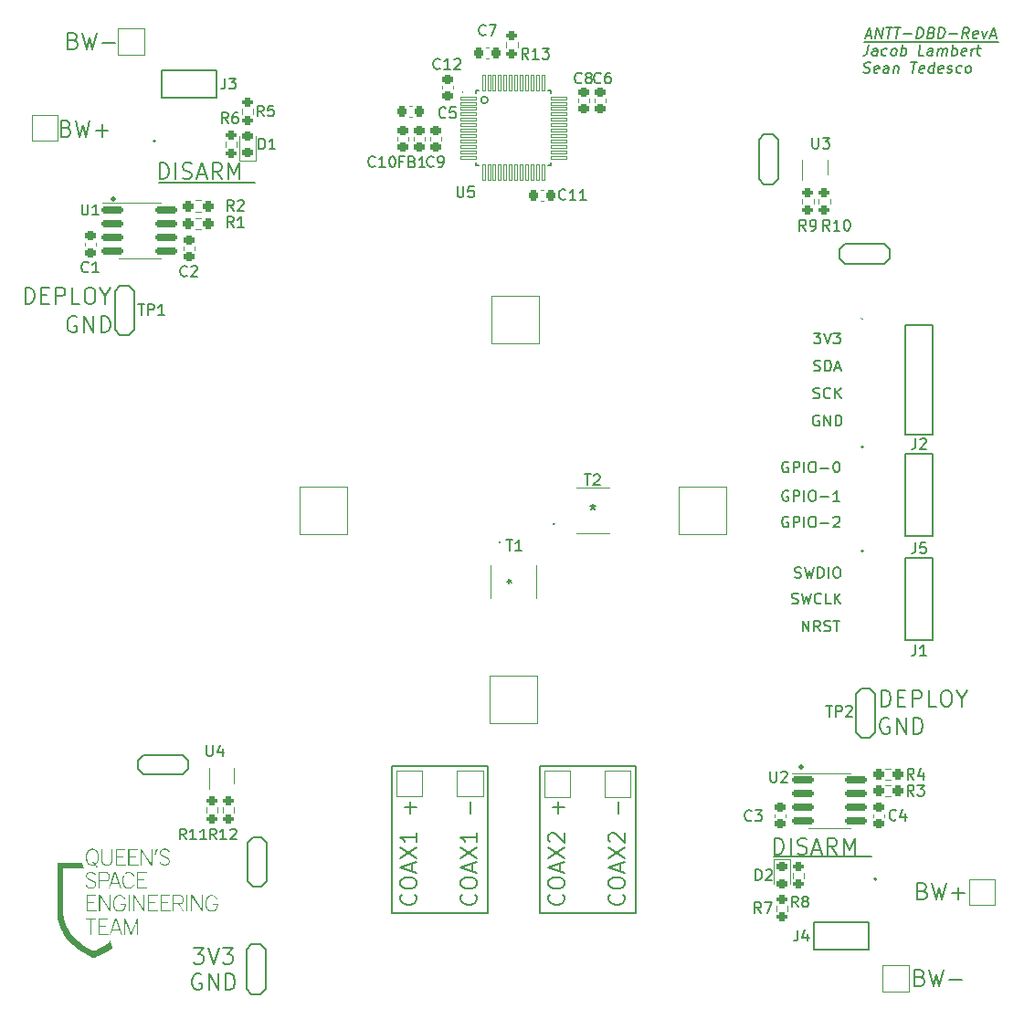
<source format=gto>
%TF.GenerationSoftware,KiCad,Pcbnew,(6.0.7-1)-1*%
%TF.CreationDate,2023-05-01T11:39:35-04:00*%
%TF.ProjectId,antenna-db,616e7465-6e6e-4612-9d64-622e6b696361,rev?*%
%TF.SameCoordinates,Original*%
%TF.FileFunction,Legend,Top*%
%TF.FilePolarity,Positive*%
%FSLAX46Y46*%
G04 Gerber Fmt 4.6, Leading zero omitted, Abs format (unit mm)*
G04 Created by KiCad (PCBNEW (6.0.7-1)-1) date 2023-05-01 11:39:35*
%MOMM*%
%LPD*%
G01*
G04 APERTURE LIST*
G04 Aperture macros list*
%AMRoundRect*
0 Rectangle with rounded corners*
0 $1 Rounding radius*
0 $2 $3 $4 $5 $6 $7 $8 $9 X,Y pos of 4 corners*
0 Add a 4 corners polygon primitive as box body*
4,1,4,$2,$3,$4,$5,$6,$7,$8,$9,$2,$3,0*
0 Add four circle primitives for the rounded corners*
1,1,$1+$1,$2,$3*
1,1,$1+$1,$4,$5*
1,1,$1+$1,$6,$7*
1,1,$1+$1,$8,$9*
0 Add four rect primitives between the rounded corners*
20,1,$1+$1,$2,$3,$4,$5,0*
20,1,$1+$1,$4,$5,$6,$7,0*
20,1,$1+$1,$6,$7,$8,$9,0*
20,1,$1+$1,$8,$9,$2,$3,0*%
G04 Aperture macros list end*
%ADD10C,0.150000*%
%ADD11C,0.300000*%
%ADD12C,0.127000*%
%ADD13C,0.200000*%
%ADD14C,0.120000*%
%ADD15RoundRect,0.033000X-0.117000X0.747000X-0.117000X-0.747000X0.117000X-0.747000X0.117000X0.747000X0*%
%ADD16RoundRect,0.033000X0.747000X0.117000X-0.747000X0.117000X-0.747000X-0.117000X0.747000X-0.117000X0*%
%ADD17RoundRect,0.033000X0.117000X-0.747000X0.117000X0.747000X-0.117000X0.747000X-0.117000X-0.747000X0*%
%ADD18RoundRect,0.033000X-0.747000X-0.117000X0.747000X-0.117000X0.747000X0.117000X-0.747000X0.117000X0*%
%ADD19R,3.180000X1.270000*%
%ADD20R,2.000000X2.000000*%
%ADD21R,1.270000X3.180000*%
%ADD22RoundRect,0.225000X0.250000X-0.225000X0.250000X0.225000X-0.250000X0.225000X-0.250000X-0.225000X0*%
%ADD23RoundRect,0.225000X0.225000X0.250000X-0.225000X0.250000X-0.225000X-0.250000X0.225000X-0.250000X0*%
%ADD24RoundRect,0.225000X-0.225000X-0.250000X0.225000X-0.250000X0.225000X0.250000X-0.225000X0.250000X0*%
%ADD25C,1.400000*%
%ADD26RoundRect,0.218750X0.256250X-0.218750X0.256250X0.218750X-0.256250X0.218750X-0.256250X-0.218750X0*%
%ADD27RoundRect,0.200000X0.275000X-0.200000X0.275000X0.200000X-0.275000X0.200000X-0.275000X-0.200000X0*%
%ADD28RoundRect,0.225000X-0.250000X0.225000X-0.250000X-0.225000X0.250000X-0.225000X0.250000X0.225000X0*%
%ADD29R,0.889000X0.711200*%
%ADD30C,4.400000*%
%ADD31C,2.600000*%
%ADD32RoundRect,0.218750X-0.256250X0.218750X-0.256250X-0.218750X0.256250X-0.218750X0.256250X0.218750X0*%
%ADD33R,4.000000X4.000000*%
%ADD34R,0.711200X0.889000*%
%ADD35RoundRect,0.150000X-0.825000X-0.150000X0.825000X-0.150000X0.825000X0.150000X-0.825000X0.150000X0*%
%ADD36R,2.290000X3.000000*%
%ADD37R,0.400000X0.650000*%
%ADD38RoundRect,0.237500X0.250000X0.237500X-0.250000X0.237500X-0.250000X-0.237500X0.250000X-0.237500X0*%
%ADD39RoundRect,0.200000X-0.275000X0.200000X-0.275000X-0.200000X0.275000X-0.200000X0.275000X0.200000X0*%
%ADD40RoundRect,0.237500X-0.250000X-0.237500X0.250000X-0.237500X0.250000X0.237500X-0.250000X0.237500X0*%
G04 APERTURE END LIST*
D10*
X182308761Y-96020000D02*
X182213523Y-95972380D01*
X182070666Y-95972380D01*
X181927809Y-96020000D01*
X181832571Y-96115238D01*
X181784952Y-96210476D01*
X181737333Y-96400952D01*
X181737333Y-96543809D01*
X181784952Y-96734285D01*
X181832571Y-96829523D01*
X181927809Y-96924761D01*
X182070666Y-96972380D01*
X182165904Y-96972380D01*
X182308761Y-96924761D01*
X182356380Y-96877142D01*
X182356380Y-96543809D01*
X182165904Y-96543809D01*
X182784952Y-96972380D02*
X182784952Y-95972380D01*
X183165904Y-95972380D01*
X183261142Y-96020000D01*
X183308761Y-96067619D01*
X183356380Y-96162857D01*
X183356380Y-96305714D01*
X183308761Y-96400952D01*
X183261142Y-96448571D01*
X183165904Y-96496190D01*
X182784952Y-96496190D01*
X183784952Y-96972380D02*
X183784952Y-95972380D01*
X184451619Y-95972380D02*
X184642095Y-95972380D01*
X184737333Y-96020000D01*
X184832571Y-96115238D01*
X184880190Y-96305714D01*
X184880190Y-96639047D01*
X184832571Y-96829523D01*
X184737333Y-96924761D01*
X184642095Y-96972380D01*
X184451619Y-96972380D01*
X184356380Y-96924761D01*
X184261142Y-96829523D01*
X184213523Y-96639047D01*
X184213523Y-96305714D01*
X184261142Y-96115238D01*
X184356380Y-96020000D01*
X184451619Y-95972380D01*
X185308761Y-96591428D02*
X186070666Y-96591428D01*
X186499238Y-96067619D02*
X186546857Y-96020000D01*
X186642095Y-95972380D01*
X186880190Y-95972380D01*
X186975428Y-96020000D01*
X187023047Y-96067619D01*
X187070666Y-96162857D01*
X187070666Y-96258095D01*
X187023047Y-96400952D01*
X186451619Y-96972380D01*
X187070666Y-96972380D01*
X182308761Y-93607000D02*
X182213523Y-93559380D01*
X182070666Y-93559380D01*
X181927809Y-93607000D01*
X181832571Y-93702238D01*
X181784952Y-93797476D01*
X181737333Y-93987952D01*
X181737333Y-94130809D01*
X181784952Y-94321285D01*
X181832571Y-94416523D01*
X181927809Y-94511761D01*
X182070666Y-94559380D01*
X182165904Y-94559380D01*
X182308761Y-94511761D01*
X182356380Y-94464142D01*
X182356380Y-94130809D01*
X182165904Y-94130809D01*
X182784952Y-94559380D02*
X182784952Y-93559380D01*
X183165904Y-93559380D01*
X183261142Y-93607000D01*
X183308761Y-93654619D01*
X183356380Y-93749857D01*
X183356380Y-93892714D01*
X183308761Y-93987952D01*
X183261142Y-94035571D01*
X183165904Y-94083190D01*
X182784952Y-94083190D01*
X183784952Y-94559380D02*
X183784952Y-93559380D01*
X184451619Y-93559380D02*
X184642095Y-93559380D01*
X184737333Y-93607000D01*
X184832571Y-93702238D01*
X184880190Y-93892714D01*
X184880190Y-94226047D01*
X184832571Y-94416523D01*
X184737333Y-94511761D01*
X184642095Y-94559380D01*
X184451619Y-94559380D01*
X184356380Y-94511761D01*
X184261142Y-94416523D01*
X184213523Y-94226047D01*
X184213523Y-93892714D01*
X184261142Y-93702238D01*
X184356380Y-93607000D01*
X184451619Y-93559380D01*
X185308761Y-94178428D02*
X186070666Y-94178428D01*
X187070666Y-94559380D02*
X186499238Y-94559380D01*
X186784952Y-94559380D02*
X186784952Y-93559380D01*
X186689714Y-93702238D01*
X186594476Y-93797476D01*
X186499238Y-93845095D01*
X201803000Y-51943000D02*
X189357000Y-51943000D01*
X189728261Y-52241380D02*
X189638976Y-52955666D01*
X189573500Y-53098523D01*
X189466357Y-53193761D01*
X189317547Y-53241380D01*
X189222309Y-53241380D01*
X190508023Y-53241380D02*
X190573500Y-52717571D01*
X190537785Y-52622333D01*
X190448500Y-52574714D01*
X190258023Y-52574714D01*
X190156833Y-52622333D01*
X190513976Y-53193761D02*
X190412785Y-53241380D01*
X190174690Y-53241380D01*
X190085404Y-53193761D01*
X190049690Y-53098523D01*
X190061595Y-53003285D01*
X190121119Y-52908047D01*
X190222309Y-52860428D01*
X190460404Y-52860428D01*
X190561595Y-52812809D01*
X191418738Y-53193761D02*
X191317547Y-53241380D01*
X191127071Y-53241380D01*
X191037785Y-53193761D01*
X190996119Y-53146142D01*
X190960404Y-53050904D01*
X190996119Y-52765190D01*
X191055642Y-52669952D01*
X191109214Y-52622333D01*
X191210404Y-52574714D01*
X191400880Y-52574714D01*
X191490166Y-52622333D01*
X191984214Y-53241380D02*
X191894928Y-53193761D01*
X191853261Y-53146142D01*
X191817547Y-53050904D01*
X191853261Y-52765190D01*
X191912785Y-52669952D01*
X191966357Y-52622333D01*
X192067547Y-52574714D01*
X192210404Y-52574714D01*
X192299690Y-52622333D01*
X192341357Y-52669952D01*
X192377071Y-52765190D01*
X192341357Y-53050904D01*
X192281833Y-53146142D01*
X192228261Y-53193761D01*
X192127071Y-53241380D01*
X191984214Y-53241380D01*
X192746119Y-53241380D02*
X192871119Y-52241380D01*
X192823500Y-52622333D02*
X192924690Y-52574714D01*
X193115166Y-52574714D01*
X193204452Y-52622333D01*
X193246119Y-52669952D01*
X193281833Y-52765190D01*
X193246119Y-53050904D01*
X193186595Y-53146142D01*
X193133023Y-53193761D01*
X193031833Y-53241380D01*
X192841357Y-53241380D01*
X192752071Y-53193761D01*
X194888976Y-53241380D02*
X194412785Y-53241380D01*
X194537785Y-52241380D01*
X195650880Y-53241380D02*
X195716357Y-52717571D01*
X195680642Y-52622333D01*
X195591357Y-52574714D01*
X195400880Y-52574714D01*
X195299690Y-52622333D01*
X195656833Y-53193761D02*
X195555642Y-53241380D01*
X195317547Y-53241380D01*
X195228261Y-53193761D01*
X195192547Y-53098523D01*
X195204452Y-53003285D01*
X195263976Y-52908047D01*
X195365166Y-52860428D01*
X195603261Y-52860428D01*
X195704452Y-52812809D01*
X196127071Y-53241380D02*
X196210404Y-52574714D01*
X196198500Y-52669952D02*
X196252071Y-52622333D01*
X196353261Y-52574714D01*
X196496119Y-52574714D01*
X196585404Y-52622333D01*
X196621119Y-52717571D01*
X196555642Y-53241380D01*
X196621119Y-52717571D02*
X196680642Y-52622333D01*
X196781833Y-52574714D01*
X196924690Y-52574714D01*
X197013976Y-52622333D01*
X197049690Y-52717571D01*
X196984214Y-53241380D01*
X197460404Y-53241380D02*
X197585404Y-52241380D01*
X197537785Y-52622333D02*
X197638976Y-52574714D01*
X197829452Y-52574714D01*
X197918738Y-52622333D01*
X197960404Y-52669952D01*
X197996119Y-52765190D01*
X197960404Y-53050904D01*
X197900880Y-53146142D01*
X197847309Y-53193761D01*
X197746119Y-53241380D01*
X197555642Y-53241380D01*
X197466357Y-53193761D01*
X198752071Y-53193761D02*
X198650880Y-53241380D01*
X198460404Y-53241380D01*
X198371119Y-53193761D01*
X198335404Y-53098523D01*
X198383023Y-52717571D01*
X198442547Y-52622333D01*
X198543738Y-52574714D01*
X198734214Y-52574714D01*
X198823500Y-52622333D01*
X198859214Y-52717571D01*
X198847309Y-52812809D01*
X198359214Y-52908047D01*
X199222309Y-53241380D02*
X199305642Y-52574714D01*
X199281833Y-52765190D02*
X199341357Y-52669952D01*
X199394928Y-52622333D01*
X199496119Y-52574714D01*
X199591357Y-52574714D01*
X199781833Y-52574714D02*
X200162785Y-52574714D01*
X199966357Y-52241380D02*
X199859214Y-53098523D01*
X199894928Y-53193761D01*
X199984214Y-53241380D01*
X200079452Y-53241380D01*
X189275880Y-54803761D02*
X189412785Y-54851380D01*
X189650880Y-54851380D01*
X189752071Y-54803761D01*
X189805642Y-54756142D01*
X189865166Y-54660904D01*
X189877071Y-54565666D01*
X189841357Y-54470428D01*
X189799690Y-54422809D01*
X189710404Y-54375190D01*
X189525880Y-54327571D01*
X189436595Y-54279952D01*
X189394928Y-54232333D01*
X189359214Y-54137095D01*
X189371119Y-54041857D01*
X189430642Y-53946619D01*
X189484214Y-53899000D01*
X189585404Y-53851380D01*
X189823500Y-53851380D01*
X189960404Y-53899000D01*
X190656833Y-54803761D02*
X190555642Y-54851380D01*
X190365166Y-54851380D01*
X190275880Y-54803761D01*
X190240166Y-54708523D01*
X190287785Y-54327571D01*
X190347309Y-54232333D01*
X190448500Y-54184714D01*
X190638976Y-54184714D01*
X190728261Y-54232333D01*
X190763976Y-54327571D01*
X190752071Y-54422809D01*
X190263976Y-54518047D01*
X191555642Y-54851380D02*
X191621119Y-54327571D01*
X191585404Y-54232333D01*
X191496119Y-54184714D01*
X191305642Y-54184714D01*
X191204452Y-54232333D01*
X191561595Y-54803761D02*
X191460404Y-54851380D01*
X191222309Y-54851380D01*
X191133023Y-54803761D01*
X191097309Y-54708523D01*
X191109214Y-54613285D01*
X191168738Y-54518047D01*
X191269928Y-54470428D01*
X191508023Y-54470428D01*
X191609214Y-54422809D01*
X192115166Y-54184714D02*
X192031833Y-54851380D01*
X192103261Y-54279952D02*
X192156833Y-54232333D01*
X192258023Y-54184714D01*
X192400880Y-54184714D01*
X192490166Y-54232333D01*
X192525880Y-54327571D01*
X192460404Y-54851380D01*
X193680642Y-53851380D02*
X194252071Y-53851380D01*
X193841357Y-54851380D02*
X193966357Y-53851380D01*
X194847309Y-54803761D02*
X194746119Y-54851380D01*
X194555642Y-54851380D01*
X194466357Y-54803761D01*
X194430642Y-54708523D01*
X194478261Y-54327571D01*
X194537785Y-54232333D01*
X194638976Y-54184714D01*
X194829452Y-54184714D01*
X194918738Y-54232333D01*
X194954452Y-54327571D01*
X194942547Y-54422809D01*
X194454452Y-54518047D01*
X195746119Y-54851380D02*
X195871119Y-53851380D01*
X195752071Y-54803761D02*
X195650880Y-54851380D01*
X195460404Y-54851380D01*
X195371119Y-54803761D01*
X195329452Y-54756142D01*
X195293738Y-54660904D01*
X195329452Y-54375190D01*
X195388976Y-54279952D01*
X195442547Y-54232333D01*
X195543738Y-54184714D01*
X195734214Y-54184714D01*
X195823500Y-54232333D01*
X196609214Y-54803761D02*
X196508023Y-54851380D01*
X196317547Y-54851380D01*
X196228261Y-54803761D01*
X196192547Y-54708523D01*
X196240166Y-54327571D01*
X196299690Y-54232333D01*
X196400880Y-54184714D01*
X196591357Y-54184714D01*
X196680642Y-54232333D01*
X196716357Y-54327571D01*
X196704452Y-54422809D01*
X196216357Y-54518047D01*
X197037785Y-54803761D02*
X197127071Y-54851380D01*
X197317547Y-54851380D01*
X197418738Y-54803761D01*
X197478261Y-54708523D01*
X197484214Y-54660904D01*
X197448500Y-54565666D01*
X197359214Y-54518047D01*
X197216357Y-54518047D01*
X197127071Y-54470428D01*
X197091357Y-54375190D01*
X197097309Y-54327571D01*
X197156833Y-54232333D01*
X197258023Y-54184714D01*
X197400880Y-54184714D01*
X197490166Y-54232333D01*
X198323500Y-54803761D02*
X198222309Y-54851380D01*
X198031833Y-54851380D01*
X197942547Y-54803761D01*
X197900880Y-54756142D01*
X197865166Y-54660904D01*
X197900880Y-54375190D01*
X197960404Y-54279952D01*
X198013976Y-54232333D01*
X198115166Y-54184714D01*
X198305642Y-54184714D01*
X198394928Y-54232333D01*
X198888976Y-54851380D02*
X198799690Y-54803761D01*
X198758023Y-54756142D01*
X198722309Y-54660904D01*
X198758023Y-54375190D01*
X198817547Y-54279952D01*
X198871119Y-54232333D01*
X198972309Y-54184714D01*
X199115166Y-54184714D01*
X199204452Y-54232333D01*
X199246119Y-54279952D01*
X199281833Y-54375190D01*
X199246119Y-54660904D01*
X199186595Y-54756142D01*
X199133023Y-54803761D01*
X199031833Y-54851380D01*
X198888976Y-54851380D01*
X189521041Y-51347666D02*
X189997232Y-51347666D01*
X189390089Y-51633380D02*
X189848422Y-50633380D01*
X190056755Y-51633380D01*
X190390089Y-51633380D02*
X190515089Y-50633380D01*
X190961517Y-51633380D01*
X191086517Y-50633380D01*
X191419851Y-50633380D02*
X191991279Y-50633380D01*
X191580565Y-51633380D02*
X191705565Y-50633380D01*
X192181755Y-50633380D02*
X192753184Y-50633380D01*
X192342470Y-51633380D02*
X192467470Y-50633380D01*
X193009136Y-51252428D02*
X193771041Y-51252428D01*
X194199613Y-51633380D02*
X194324613Y-50633380D01*
X194562708Y-50633380D01*
X194699613Y-50681000D01*
X194782946Y-50776238D01*
X194818660Y-50871476D01*
X194842470Y-51061952D01*
X194824613Y-51204809D01*
X194753184Y-51395285D01*
X194693660Y-51490523D01*
X194586517Y-51585761D01*
X194437708Y-51633380D01*
X194199613Y-51633380D01*
X195598422Y-51109571D02*
X195735327Y-51157190D01*
X195776994Y-51204809D01*
X195812708Y-51300047D01*
X195794851Y-51442904D01*
X195735327Y-51538142D01*
X195681755Y-51585761D01*
X195580565Y-51633380D01*
X195199613Y-51633380D01*
X195324613Y-50633380D01*
X195657946Y-50633380D01*
X195747232Y-50681000D01*
X195788898Y-50728619D01*
X195824613Y-50823857D01*
X195812708Y-50919095D01*
X195753184Y-51014333D01*
X195699613Y-51061952D01*
X195598422Y-51109571D01*
X195265089Y-51109571D01*
X196199613Y-51633380D02*
X196324613Y-50633380D01*
X196562708Y-50633380D01*
X196699613Y-50681000D01*
X196782946Y-50776238D01*
X196818660Y-50871476D01*
X196842470Y-51061952D01*
X196824613Y-51204809D01*
X196753184Y-51395285D01*
X196693660Y-51490523D01*
X196586517Y-51585761D01*
X196437708Y-51633380D01*
X196199613Y-51633380D01*
X197247232Y-51252428D02*
X198009136Y-51252428D01*
X199009136Y-51633380D02*
X198735327Y-51157190D01*
X198437708Y-51633380D02*
X198562708Y-50633380D01*
X198943660Y-50633380D01*
X199032946Y-50681000D01*
X199074613Y-50728619D01*
X199110327Y-50823857D01*
X199092470Y-50966714D01*
X199032946Y-51061952D01*
X198979375Y-51109571D01*
X198878184Y-51157190D01*
X198497232Y-51157190D01*
X199824613Y-51585761D02*
X199723422Y-51633380D01*
X199532946Y-51633380D01*
X199443660Y-51585761D01*
X199407946Y-51490523D01*
X199455565Y-51109571D01*
X199515089Y-51014333D01*
X199616279Y-50966714D01*
X199806755Y-50966714D01*
X199896041Y-51014333D01*
X199931755Y-51109571D01*
X199919851Y-51204809D01*
X199431755Y-51300047D01*
X200282946Y-50966714D02*
X200437708Y-51633380D01*
X200759136Y-50966714D01*
X201044851Y-51347666D02*
X201521041Y-51347666D01*
X200913898Y-51633380D02*
X201372232Y-50633380D01*
X201580565Y-51633380D01*
D11*
X119761000Y-66448714D02*
X119832428Y-66520142D01*
X119761000Y-66591571D01*
X119689571Y-66520142D01*
X119761000Y-66448714D01*
X119761000Y-66591571D01*
X183515000Y-119153714D02*
X183586428Y-119225142D01*
X183515000Y-119296571D01*
X183443571Y-119225142D01*
X183515000Y-119153714D01*
X183515000Y-119296571D01*
D10*
X194790428Y-130702857D02*
X195004714Y-130774285D01*
X195076142Y-130845714D01*
X195147571Y-130988571D01*
X195147571Y-131202857D01*
X195076142Y-131345714D01*
X195004714Y-131417142D01*
X194861857Y-131488571D01*
X194290428Y-131488571D01*
X194290428Y-129988571D01*
X194790428Y-129988571D01*
X194933285Y-130060000D01*
X195004714Y-130131428D01*
X195076142Y-130274285D01*
X195076142Y-130417142D01*
X195004714Y-130560000D01*
X194933285Y-130631428D01*
X194790428Y-130702857D01*
X194290428Y-130702857D01*
X195647571Y-129988571D02*
X196004714Y-131488571D01*
X196290428Y-130417142D01*
X196576142Y-131488571D01*
X196933285Y-129988571D01*
X197504714Y-130917142D02*
X198647571Y-130917142D01*
X198076142Y-131488571D02*
X198076142Y-130345714D01*
X194536428Y-138703857D02*
X194750714Y-138775285D01*
X194822142Y-138846714D01*
X194893571Y-138989571D01*
X194893571Y-139203857D01*
X194822142Y-139346714D01*
X194750714Y-139418142D01*
X194607857Y-139489571D01*
X194036428Y-139489571D01*
X194036428Y-137989571D01*
X194536428Y-137989571D01*
X194679285Y-138061000D01*
X194750714Y-138132428D01*
X194822142Y-138275285D01*
X194822142Y-138418142D01*
X194750714Y-138561000D01*
X194679285Y-138632428D01*
X194536428Y-138703857D01*
X194036428Y-138703857D01*
X195393571Y-137989571D02*
X195750714Y-139489571D01*
X196036428Y-138418142D01*
X196322142Y-139489571D01*
X196679285Y-137989571D01*
X197250714Y-138918142D02*
X198393571Y-138918142D01*
X116050428Y-51835857D02*
X116264714Y-51907285D01*
X116336142Y-51978714D01*
X116407571Y-52121571D01*
X116407571Y-52335857D01*
X116336142Y-52478714D01*
X116264714Y-52550142D01*
X116121857Y-52621571D01*
X115550428Y-52621571D01*
X115550428Y-51121571D01*
X116050428Y-51121571D01*
X116193285Y-51193000D01*
X116264714Y-51264428D01*
X116336142Y-51407285D01*
X116336142Y-51550142D01*
X116264714Y-51693000D01*
X116193285Y-51764428D01*
X116050428Y-51835857D01*
X115550428Y-51835857D01*
X116907571Y-51121571D02*
X117264714Y-52621571D01*
X117550428Y-51550142D01*
X117836142Y-52621571D01*
X118193285Y-51121571D01*
X118764714Y-52050142D02*
X119907571Y-52050142D01*
X115415428Y-59963857D02*
X115629714Y-60035285D01*
X115701142Y-60106714D01*
X115772571Y-60249571D01*
X115772571Y-60463857D01*
X115701142Y-60606714D01*
X115629714Y-60678142D01*
X115486857Y-60749571D01*
X114915428Y-60749571D01*
X114915428Y-59249571D01*
X115415428Y-59249571D01*
X115558285Y-59321000D01*
X115629714Y-59392428D01*
X115701142Y-59535285D01*
X115701142Y-59678142D01*
X115629714Y-59821000D01*
X115558285Y-59892428D01*
X115415428Y-59963857D01*
X114915428Y-59963857D01*
X116272571Y-59249571D02*
X116629714Y-60749571D01*
X116915428Y-59678142D01*
X117201142Y-60749571D01*
X117558285Y-59249571D01*
X118129714Y-60178142D02*
X119272571Y-60178142D01*
X118701142Y-60749571D02*
X118701142Y-59606714D01*
X182308761Y-90940000D02*
X182213523Y-90892380D01*
X182070666Y-90892380D01*
X181927809Y-90940000D01*
X181832571Y-91035238D01*
X181784952Y-91130476D01*
X181737333Y-91320952D01*
X181737333Y-91463809D01*
X181784952Y-91654285D01*
X181832571Y-91749523D01*
X181927809Y-91844761D01*
X182070666Y-91892380D01*
X182165904Y-91892380D01*
X182308761Y-91844761D01*
X182356380Y-91797142D01*
X182356380Y-91463809D01*
X182165904Y-91463809D01*
X182784952Y-91892380D02*
X182784952Y-90892380D01*
X183165904Y-90892380D01*
X183261142Y-90940000D01*
X183308761Y-90987619D01*
X183356380Y-91082857D01*
X183356380Y-91225714D01*
X183308761Y-91320952D01*
X183261142Y-91368571D01*
X183165904Y-91416190D01*
X182784952Y-91416190D01*
X183784952Y-91892380D02*
X183784952Y-90892380D01*
X184451619Y-90892380D02*
X184642095Y-90892380D01*
X184737333Y-90940000D01*
X184832571Y-91035238D01*
X184880190Y-91225714D01*
X184880190Y-91559047D01*
X184832571Y-91749523D01*
X184737333Y-91844761D01*
X184642095Y-91892380D01*
X184451619Y-91892380D01*
X184356380Y-91844761D01*
X184261142Y-91749523D01*
X184213523Y-91559047D01*
X184213523Y-91225714D01*
X184261142Y-91035238D01*
X184356380Y-90940000D01*
X184451619Y-90892380D01*
X185308761Y-91511428D02*
X186070666Y-91511428D01*
X186737333Y-90892380D02*
X186832571Y-90892380D01*
X186927809Y-90940000D01*
X186975428Y-90987619D01*
X187023047Y-91082857D01*
X187070666Y-91273333D01*
X187070666Y-91511428D01*
X187023047Y-91701904D01*
X186975428Y-91797142D01*
X186927809Y-91844761D01*
X186832571Y-91892380D01*
X186737333Y-91892380D01*
X186642095Y-91844761D01*
X186594476Y-91797142D01*
X186546857Y-91701904D01*
X186499238Y-91511428D01*
X186499238Y-91273333D01*
X186546857Y-91082857D01*
X186594476Y-90987619D01*
X186642095Y-90940000D01*
X186737333Y-90892380D01*
X127174857Y-135957571D02*
X128103428Y-135957571D01*
X127603428Y-136529000D01*
X127817714Y-136529000D01*
X127960571Y-136600428D01*
X128032000Y-136671857D01*
X128103428Y-136814714D01*
X128103428Y-137171857D01*
X128032000Y-137314714D01*
X127960571Y-137386142D01*
X127817714Y-137457571D01*
X127389142Y-137457571D01*
X127246285Y-137386142D01*
X127174857Y-137314714D01*
X128532000Y-135957571D02*
X129032000Y-137457571D01*
X129532000Y-135957571D01*
X129889142Y-135957571D02*
X130817714Y-135957571D01*
X130317714Y-136529000D01*
X130532000Y-136529000D01*
X130674857Y-136600428D01*
X130746285Y-136671857D01*
X130817714Y-136814714D01*
X130817714Y-137171857D01*
X130746285Y-137314714D01*
X130674857Y-137386142D01*
X130532000Y-137457571D01*
X130103428Y-137457571D01*
X129960571Y-137386142D01*
X129889142Y-137314714D01*
X127889142Y-138442000D02*
X127746285Y-138370571D01*
X127532000Y-138370571D01*
X127317714Y-138442000D01*
X127174857Y-138584857D01*
X127103428Y-138727714D01*
X127032000Y-139013428D01*
X127032000Y-139227714D01*
X127103428Y-139513428D01*
X127174857Y-139656285D01*
X127317714Y-139799142D01*
X127532000Y-139870571D01*
X127674857Y-139870571D01*
X127889142Y-139799142D01*
X127960571Y-139727714D01*
X127960571Y-139227714D01*
X127674857Y-139227714D01*
X128603428Y-139870571D02*
X128603428Y-138370571D01*
X129460571Y-139870571D01*
X129460571Y-138370571D01*
X130174857Y-139870571D02*
X130174857Y-138370571D01*
X130532000Y-138370571D01*
X130746285Y-138442000D01*
X130889142Y-138584857D01*
X130960571Y-138727714D01*
X131032000Y-139013428D01*
X131032000Y-139227714D01*
X130960571Y-139513428D01*
X130889142Y-139656285D01*
X130746285Y-139799142D01*
X130532000Y-139870571D01*
X130174857Y-139870571D01*
X132842000Y-65024000D02*
X123952000Y-65024000D01*
X180975000Y-127508000D02*
X189992000Y-127508000D01*
X159258000Y-132715000D02*
X168148000Y-132715000D01*
X168148000Y-119126000D02*
X168148000Y-132715000D01*
X159258000Y-119126000D02*
X159258000Y-132715000D01*
X159258000Y-119126000D02*
X168148000Y-119126000D01*
X145542000Y-132715000D02*
X154432000Y-132715000D01*
X145542000Y-119126000D02*
X145542000Y-132715000D01*
X154432000Y-119126000D02*
X154432000Y-132715000D01*
X145542000Y-119126000D02*
X154432000Y-119126000D01*
X167032714Y-131019857D02*
X167104142Y-131091285D01*
X167175571Y-131305571D01*
X167175571Y-131448428D01*
X167104142Y-131662714D01*
X166961285Y-131805571D01*
X166818428Y-131877000D01*
X166532714Y-131948428D01*
X166318428Y-131948428D01*
X166032714Y-131877000D01*
X165889857Y-131805571D01*
X165747000Y-131662714D01*
X165675571Y-131448428D01*
X165675571Y-131305571D01*
X165747000Y-131091285D01*
X165818428Y-131019857D01*
X165675571Y-130091285D02*
X165675571Y-129805571D01*
X165747000Y-129662714D01*
X165889857Y-129519857D01*
X166175571Y-129448428D01*
X166675571Y-129448428D01*
X166961285Y-129519857D01*
X167104142Y-129662714D01*
X167175571Y-129805571D01*
X167175571Y-130091285D01*
X167104142Y-130234142D01*
X166961285Y-130377000D01*
X166675571Y-130448428D01*
X166175571Y-130448428D01*
X165889857Y-130377000D01*
X165747000Y-130234142D01*
X165675571Y-130091285D01*
X166747000Y-128877000D02*
X166747000Y-128162714D01*
X167175571Y-129019857D02*
X165675571Y-128519857D01*
X167175571Y-128019857D01*
X165675571Y-127662714D02*
X167175571Y-126662714D01*
X165675571Y-126662714D02*
X167175571Y-127662714D01*
X165818428Y-126162714D02*
X165747000Y-126091285D01*
X165675571Y-125948428D01*
X165675571Y-125591285D01*
X165747000Y-125448428D01*
X165818428Y-125377000D01*
X165961285Y-125305571D01*
X166104142Y-125305571D01*
X166318428Y-125377000D01*
X167175571Y-126234142D01*
X167175571Y-125305571D01*
X166604142Y-123519857D02*
X166604142Y-122377000D01*
X153316714Y-131019857D02*
X153388142Y-131091285D01*
X153459571Y-131305571D01*
X153459571Y-131448428D01*
X153388142Y-131662714D01*
X153245285Y-131805571D01*
X153102428Y-131877000D01*
X152816714Y-131948428D01*
X152602428Y-131948428D01*
X152316714Y-131877000D01*
X152173857Y-131805571D01*
X152031000Y-131662714D01*
X151959571Y-131448428D01*
X151959571Y-131305571D01*
X152031000Y-131091285D01*
X152102428Y-131019857D01*
X151959571Y-130091285D02*
X151959571Y-129805571D01*
X152031000Y-129662714D01*
X152173857Y-129519857D01*
X152459571Y-129448428D01*
X152959571Y-129448428D01*
X153245285Y-129519857D01*
X153388142Y-129662714D01*
X153459571Y-129805571D01*
X153459571Y-130091285D01*
X153388142Y-130234142D01*
X153245285Y-130377000D01*
X152959571Y-130448428D01*
X152459571Y-130448428D01*
X152173857Y-130377000D01*
X152031000Y-130234142D01*
X151959571Y-130091285D01*
X153031000Y-128877000D02*
X153031000Y-128162714D01*
X153459571Y-129019857D02*
X151959571Y-128519857D01*
X153459571Y-128019857D01*
X151959571Y-127662714D02*
X153459571Y-126662714D01*
X151959571Y-126662714D02*
X153459571Y-127662714D01*
X153459571Y-125305571D02*
X153459571Y-126162714D01*
X153459571Y-125734142D02*
X151959571Y-125734142D01*
X152173857Y-125877000D01*
X152316714Y-126019857D01*
X152388142Y-126162714D01*
X152888142Y-123519857D02*
X152888142Y-122377000D01*
X161444714Y-131019857D02*
X161516142Y-131091285D01*
X161587571Y-131305571D01*
X161587571Y-131448428D01*
X161516142Y-131662714D01*
X161373285Y-131805571D01*
X161230428Y-131877000D01*
X160944714Y-131948428D01*
X160730428Y-131948428D01*
X160444714Y-131877000D01*
X160301857Y-131805571D01*
X160159000Y-131662714D01*
X160087571Y-131448428D01*
X160087571Y-131305571D01*
X160159000Y-131091285D01*
X160230428Y-131019857D01*
X160087571Y-130091285D02*
X160087571Y-129805571D01*
X160159000Y-129662714D01*
X160301857Y-129519857D01*
X160587571Y-129448428D01*
X161087571Y-129448428D01*
X161373285Y-129519857D01*
X161516142Y-129662714D01*
X161587571Y-129805571D01*
X161587571Y-130091285D01*
X161516142Y-130234142D01*
X161373285Y-130377000D01*
X161087571Y-130448428D01*
X160587571Y-130448428D01*
X160301857Y-130377000D01*
X160159000Y-130234142D01*
X160087571Y-130091285D01*
X161159000Y-128877000D02*
X161159000Y-128162714D01*
X161587571Y-129019857D02*
X160087571Y-128519857D01*
X161587571Y-128019857D01*
X160087571Y-127662714D02*
X161587571Y-126662714D01*
X160087571Y-126662714D02*
X161587571Y-127662714D01*
X160230428Y-126162714D02*
X160159000Y-126091285D01*
X160087571Y-125948428D01*
X160087571Y-125591285D01*
X160159000Y-125448428D01*
X160230428Y-125377000D01*
X160373285Y-125305571D01*
X160516142Y-125305571D01*
X160730428Y-125377000D01*
X161587571Y-126234142D01*
X161587571Y-125305571D01*
X161016142Y-123519857D02*
X161016142Y-122377000D01*
X161587571Y-122948428D02*
X160444714Y-122948428D01*
X147728714Y-131019857D02*
X147800142Y-131091285D01*
X147871571Y-131305571D01*
X147871571Y-131448428D01*
X147800142Y-131662714D01*
X147657285Y-131805571D01*
X147514428Y-131877000D01*
X147228714Y-131948428D01*
X147014428Y-131948428D01*
X146728714Y-131877000D01*
X146585857Y-131805571D01*
X146443000Y-131662714D01*
X146371571Y-131448428D01*
X146371571Y-131305571D01*
X146443000Y-131091285D01*
X146514428Y-131019857D01*
X146371571Y-130091285D02*
X146371571Y-129805571D01*
X146443000Y-129662714D01*
X146585857Y-129519857D01*
X146871571Y-129448428D01*
X147371571Y-129448428D01*
X147657285Y-129519857D01*
X147800142Y-129662714D01*
X147871571Y-129805571D01*
X147871571Y-130091285D01*
X147800142Y-130234142D01*
X147657285Y-130377000D01*
X147371571Y-130448428D01*
X146871571Y-130448428D01*
X146585857Y-130377000D01*
X146443000Y-130234142D01*
X146371571Y-130091285D01*
X147443000Y-128877000D02*
X147443000Y-128162714D01*
X147871571Y-129019857D02*
X146371571Y-128519857D01*
X147871571Y-128019857D01*
X146371571Y-127662714D02*
X147871571Y-126662714D01*
X146371571Y-126662714D02*
X147871571Y-127662714D01*
X147871571Y-125305571D02*
X147871571Y-126162714D01*
X147871571Y-125734142D02*
X146371571Y-125734142D01*
X146585857Y-125877000D01*
X146728714Y-126019857D01*
X146800142Y-126162714D01*
X147300142Y-123519857D02*
X147300142Y-122377000D01*
X147871571Y-122948428D02*
X146728714Y-122948428D01*
X124025642Y-64686571D02*
X124025642Y-63186571D01*
X124382785Y-63186571D01*
X124597071Y-63258000D01*
X124739928Y-63400857D01*
X124811357Y-63543714D01*
X124882785Y-63829428D01*
X124882785Y-64043714D01*
X124811357Y-64329428D01*
X124739928Y-64472285D01*
X124597071Y-64615142D01*
X124382785Y-64686571D01*
X124025642Y-64686571D01*
X125525642Y-64686571D02*
X125525642Y-63186571D01*
X126168500Y-64615142D02*
X126382785Y-64686571D01*
X126739928Y-64686571D01*
X126882785Y-64615142D01*
X126954214Y-64543714D01*
X127025642Y-64400857D01*
X127025642Y-64258000D01*
X126954214Y-64115142D01*
X126882785Y-64043714D01*
X126739928Y-63972285D01*
X126454214Y-63900857D01*
X126311357Y-63829428D01*
X126239928Y-63758000D01*
X126168500Y-63615142D01*
X126168500Y-63472285D01*
X126239928Y-63329428D01*
X126311357Y-63258000D01*
X126454214Y-63186571D01*
X126811357Y-63186571D01*
X127025642Y-63258000D01*
X127597071Y-64258000D02*
X128311357Y-64258000D01*
X127454214Y-64686571D02*
X127954214Y-63186571D01*
X128454214Y-64686571D01*
X129811357Y-64686571D02*
X129311357Y-63972285D01*
X128954214Y-64686571D02*
X128954214Y-63186571D01*
X129525642Y-63186571D01*
X129668500Y-63258000D01*
X129739928Y-63329428D01*
X129811357Y-63472285D01*
X129811357Y-63686571D01*
X129739928Y-63829428D01*
X129668500Y-63900857D01*
X129525642Y-63972285D01*
X128954214Y-63972285D01*
X130454214Y-64686571D02*
X130454214Y-63186571D01*
X130954214Y-64258000D01*
X131454214Y-63186571D01*
X131454214Y-64686571D01*
X191643142Y-114693000D02*
X191500285Y-114621571D01*
X191286000Y-114621571D01*
X191071714Y-114693000D01*
X190928857Y-114835857D01*
X190857428Y-114978714D01*
X190786000Y-115264428D01*
X190786000Y-115478714D01*
X190857428Y-115764428D01*
X190928857Y-115907285D01*
X191071714Y-116050142D01*
X191286000Y-116121571D01*
X191428857Y-116121571D01*
X191643142Y-116050142D01*
X191714571Y-115978714D01*
X191714571Y-115478714D01*
X191428857Y-115478714D01*
X192357428Y-116121571D02*
X192357428Y-114621571D01*
X193214571Y-116121571D01*
X193214571Y-114621571D01*
X193928857Y-116121571D02*
X193928857Y-114621571D01*
X194286000Y-114621571D01*
X194500285Y-114693000D01*
X194643142Y-114835857D01*
X194714571Y-114978714D01*
X194786000Y-115264428D01*
X194786000Y-115478714D01*
X194714571Y-115764428D01*
X194643142Y-115907285D01*
X194500285Y-116050142D01*
X194286000Y-116121571D01*
X193928857Y-116121571D01*
X190960857Y-113581571D02*
X190960857Y-112081571D01*
X191318000Y-112081571D01*
X191532285Y-112153000D01*
X191675142Y-112295857D01*
X191746571Y-112438714D01*
X191818000Y-112724428D01*
X191818000Y-112938714D01*
X191746571Y-113224428D01*
X191675142Y-113367285D01*
X191532285Y-113510142D01*
X191318000Y-113581571D01*
X190960857Y-113581571D01*
X192460857Y-112795857D02*
X192960857Y-112795857D01*
X193175142Y-113581571D02*
X192460857Y-113581571D01*
X192460857Y-112081571D01*
X193175142Y-112081571D01*
X193818000Y-113581571D02*
X193818000Y-112081571D01*
X194389428Y-112081571D01*
X194532285Y-112153000D01*
X194603714Y-112224428D01*
X194675142Y-112367285D01*
X194675142Y-112581571D01*
X194603714Y-112724428D01*
X194532285Y-112795857D01*
X194389428Y-112867285D01*
X193818000Y-112867285D01*
X196032285Y-113581571D02*
X195318000Y-113581571D01*
X195318000Y-112081571D01*
X196818000Y-112081571D02*
X197103714Y-112081571D01*
X197246571Y-112153000D01*
X197389428Y-112295857D01*
X197460857Y-112581571D01*
X197460857Y-113081571D01*
X197389428Y-113367285D01*
X197246571Y-113510142D01*
X197103714Y-113581571D01*
X196818000Y-113581571D01*
X196675142Y-113510142D01*
X196532285Y-113367285D01*
X196460857Y-113081571D01*
X196460857Y-112581571D01*
X196532285Y-112295857D01*
X196675142Y-112153000D01*
X196818000Y-112081571D01*
X198389428Y-112867285D02*
X198389428Y-113581571D01*
X197889428Y-112081571D02*
X198389428Y-112867285D01*
X198889428Y-112081571D01*
X116332142Y-77482000D02*
X116189285Y-77410571D01*
X115975000Y-77410571D01*
X115760714Y-77482000D01*
X115617857Y-77624857D01*
X115546428Y-77767714D01*
X115475000Y-78053428D01*
X115475000Y-78267714D01*
X115546428Y-78553428D01*
X115617857Y-78696285D01*
X115760714Y-78839142D01*
X115975000Y-78910571D01*
X116117857Y-78910571D01*
X116332142Y-78839142D01*
X116403571Y-78767714D01*
X116403571Y-78267714D01*
X116117857Y-78267714D01*
X117046428Y-78910571D02*
X117046428Y-77410571D01*
X117903571Y-78910571D01*
X117903571Y-77410571D01*
X118617857Y-78910571D02*
X118617857Y-77410571D01*
X118975000Y-77410571D01*
X119189285Y-77482000D01*
X119332142Y-77624857D01*
X119403571Y-77767714D01*
X119475000Y-78053428D01*
X119475000Y-78267714D01*
X119403571Y-78553428D01*
X119332142Y-78696285D01*
X119189285Y-78839142D01*
X118975000Y-78910571D01*
X118617857Y-78910571D01*
X111585857Y-76243571D02*
X111585857Y-74743571D01*
X111943000Y-74743571D01*
X112157285Y-74815000D01*
X112300142Y-74957857D01*
X112371571Y-75100714D01*
X112443000Y-75386428D01*
X112443000Y-75600714D01*
X112371571Y-75886428D01*
X112300142Y-76029285D01*
X112157285Y-76172142D01*
X111943000Y-76243571D01*
X111585857Y-76243571D01*
X113085857Y-75457857D02*
X113585857Y-75457857D01*
X113800142Y-76243571D02*
X113085857Y-76243571D01*
X113085857Y-74743571D01*
X113800142Y-74743571D01*
X114443000Y-76243571D02*
X114443000Y-74743571D01*
X115014428Y-74743571D01*
X115157285Y-74815000D01*
X115228714Y-74886428D01*
X115300142Y-75029285D01*
X115300142Y-75243571D01*
X115228714Y-75386428D01*
X115157285Y-75457857D01*
X115014428Y-75529285D01*
X114443000Y-75529285D01*
X116657285Y-76243571D02*
X115943000Y-76243571D01*
X115943000Y-74743571D01*
X117443000Y-74743571D02*
X117728714Y-74743571D01*
X117871571Y-74815000D01*
X118014428Y-74957857D01*
X118085857Y-75243571D01*
X118085857Y-75743571D01*
X118014428Y-76029285D01*
X117871571Y-76172142D01*
X117728714Y-76243571D01*
X117443000Y-76243571D01*
X117300142Y-76172142D01*
X117157285Y-76029285D01*
X117085857Y-75743571D01*
X117085857Y-75243571D01*
X117157285Y-74957857D01*
X117300142Y-74815000D01*
X117443000Y-74743571D01*
X119014428Y-75529285D02*
X119014428Y-76243571D01*
X118514428Y-74743571D02*
X119014428Y-75529285D01*
X119514428Y-74743571D01*
X183650142Y-106624380D02*
X183650142Y-105624380D01*
X184221571Y-106624380D01*
X184221571Y-105624380D01*
X185269190Y-106624380D02*
X184935857Y-106148190D01*
X184697761Y-106624380D02*
X184697761Y-105624380D01*
X185078714Y-105624380D01*
X185173952Y-105672000D01*
X185221571Y-105719619D01*
X185269190Y-105814857D01*
X185269190Y-105957714D01*
X185221571Y-106052952D01*
X185173952Y-106100571D01*
X185078714Y-106148190D01*
X184697761Y-106148190D01*
X185650142Y-106576761D02*
X185793000Y-106624380D01*
X186031095Y-106624380D01*
X186126333Y-106576761D01*
X186173952Y-106529142D01*
X186221571Y-106433904D01*
X186221571Y-106338666D01*
X186173952Y-106243428D01*
X186126333Y-106195809D01*
X186031095Y-106148190D01*
X185840619Y-106100571D01*
X185745380Y-106052952D01*
X185697761Y-106005333D01*
X185650142Y-105910095D01*
X185650142Y-105814857D01*
X185697761Y-105719619D01*
X185745380Y-105672000D01*
X185840619Y-105624380D01*
X186078714Y-105624380D01*
X186221571Y-105672000D01*
X186507285Y-105624380D02*
X187078714Y-105624380D01*
X186793000Y-106624380D02*
X186793000Y-105624380D01*
X182650095Y-104036761D02*
X182792952Y-104084380D01*
X183031047Y-104084380D01*
X183126285Y-104036761D01*
X183173904Y-103989142D01*
X183221523Y-103893904D01*
X183221523Y-103798666D01*
X183173904Y-103703428D01*
X183126285Y-103655809D01*
X183031047Y-103608190D01*
X182840571Y-103560571D01*
X182745333Y-103512952D01*
X182697714Y-103465333D01*
X182650095Y-103370095D01*
X182650095Y-103274857D01*
X182697714Y-103179619D01*
X182745333Y-103132000D01*
X182840571Y-103084380D01*
X183078666Y-103084380D01*
X183221523Y-103132000D01*
X183554857Y-103084380D02*
X183792952Y-104084380D01*
X183983428Y-103370095D01*
X184173904Y-104084380D01*
X184412000Y-103084380D01*
X185364380Y-103989142D02*
X185316761Y-104036761D01*
X185173904Y-104084380D01*
X185078666Y-104084380D01*
X184935809Y-104036761D01*
X184840571Y-103941523D01*
X184792952Y-103846285D01*
X184745333Y-103655809D01*
X184745333Y-103512952D01*
X184792952Y-103322476D01*
X184840571Y-103227238D01*
X184935809Y-103132000D01*
X185078666Y-103084380D01*
X185173904Y-103084380D01*
X185316761Y-103132000D01*
X185364380Y-103179619D01*
X186269142Y-104084380D02*
X185792952Y-104084380D01*
X185792952Y-103084380D01*
X186602476Y-104084380D02*
X186602476Y-103084380D01*
X187173904Y-104084380D02*
X186745333Y-103512952D01*
X187173904Y-103084380D02*
X186602476Y-103655809D01*
X182919952Y-101623761D02*
X183062809Y-101671380D01*
X183300904Y-101671380D01*
X183396142Y-101623761D01*
X183443761Y-101576142D01*
X183491380Y-101480904D01*
X183491380Y-101385666D01*
X183443761Y-101290428D01*
X183396142Y-101242809D01*
X183300904Y-101195190D01*
X183110428Y-101147571D01*
X183015190Y-101099952D01*
X182967571Y-101052333D01*
X182919952Y-100957095D01*
X182919952Y-100861857D01*
X182967571Y-100766619D01*
X183015190Y-100719000D01*
X183110428Y-100671380D01*
X183348523Y-100671380D01*
X183491380Y-100719000D01*
X183824714Y-100671380D02*
X184062809Y-101671380D01*
X184253285Y-100957095D01*
X184443761Y-101671380D01*
X184681857Y-100671380D01*
X185062809Y-101671380D02*
X185062809Y-100671380D01*
X185300904Y-100671380D01*
X185443761Y-100719000D01*
X185539000Y-100814238D01*
X185586619Y-100909476D01*
X185634238Y-101099952D01*
X185634238Y-101242809D01*
X185586619Y-101433285D01*
X185539000Y-101528523D01*
X185443761Y-101623761D01*
X185300904Y-101671380D01*
X185062809Y-101671380D01*
X186062809Y-101671380D02*
X186062809Y-100671380D01*
X186729476Y-100671380D02*
X186919952Y-100671380D01*
X187015190Y-100719000D01*
X187110428Y-100814238D01*
X187158047Y-101004714D01*
X187158047Y-101338047D01*
X187110428Y-101528523D01*
X187015190Y-101623761D01*
X186919952Y-101671380D01*
X186729476Y-101671380D01*
X186634238Y-101623761D01*
X186539000Y-101528523D01*
X186491380Y-101338047D01*
X186491380Y-101004714D01*
X186539000Y-100814238D01*
X186634238Y-100719000D01*
X186729476Y-100671380D01*
X185166095Y-86622000D02*
X185070857Y-86574380D01*
X184928000Y-86574380D01*
X184785142Y-86622000D01*
X184689904Y-86717238D01*
X184642285Y-86812476D01*
X184594666Y-87002952D01*
X184594666Y-87145809D01*
X184642285Y-87336285D01*
X184689904Y-87431523D01*
X184785142Y-87526761D01*
X184928000Y-87574380D01*
X185023238Y-87574380D01*
X185166095Y-87526761D01*
X185213714Y-87479142D01*
X185213714Y-87145809D01*
X185023238Y-87145809D01*
X185642285Y-87574380D02*
X185642285Y-86574380D01*
X186213714Y-87574380D01*
X186213714Y-86574380D01*
X186689904Y-87574380D02*
X186689904Y-86574380D01*
X186928000Y-86574380D01*
X187070857Y-86622000D01*
X187166095Y-86717238D01*
X187213714Y-86812476D01*
X187261333Y-87002952D01*
X187261333Y-87145809D01*
X187213714Y-87336285D01*
X187166095Y-87431523D01*
X187070857Y-87526761D01*
X186928000Y-87574380D01*
X186689904Y-87574380D01*
X184642285Y-84986761D02*
X184785142Y-85034380D01*
X185023238Y-85034380D01*
X185118476Y-84986761D01*
X185166095Y-84939142D01*
X185213714Y-84843904D01*
X185213714Y-84748666D01*
X185166095Y-84653428D01*
X185118476Y-84605809D01*
X185023238Y-84558190D01*
X184832761Y-84510571D01*
X184737523Y-84462952D01*
X184689904Y-84415333D01*
X184642285Y-84320095D01*
X184642285Y-84224857D01*
X184689904Y-84129619D01*
X184737523Y-84082000D01*
X184832761Y-84034380D01*
X185070857Y-84034380D01*
X185213714Y-84082000D01*
X186213714Y-84939142D02*
X186166095Y-84986761D01*
X186023238Y-85034380D01*
X185928000Y-85034380D01*
X185785142Y-84986761D01*
X185689904Y-84891523D01*
X185642285Y-84796285D01*
X185594666Y-84605809D01*
X185594666Y-84462952D01*
X185642285Y-84272476D01*
X185689904Y-84177238D01*
X185785142Y-84082000D01*
X185928000Y-84034380D01*
X186023238Y-84034380D01*
X186166095Y-84082000D01*
X186213714Y-84129619D01*
X186642285Y-85034380D02*
X186642285Y-84034380D01*
X187213714Y-85034380D02*
X186785142Y-84462952D01*
X187213714Y-84034380D02*
X186642285Y-84605809D01*
X184713714Y-82446761D02*
X184856571Y-82494380D01*
X185094666Y-82494380D01*
X185189904Y-82446761D01*
X185237523Y-82399142D01*
X185285142Y-82303904D01*
X185285142Y-82208666D01*
X185237523Y-82113428D01*
X185189904Y-82065809D01*
X185094666Y-82018190D01*
X184904190Y-81970571D01*
X184808952Y-81922952D01*
X184761333Y-81875333D01*
X184713714Y-81780095D01*
X184713714Y-81684857D01*
X184761333Y-81589619D01*
X184808952Y-81542000D01*
X184904190Y-81494380D01*
X185142285Y-81494380D01*
X185285142Y-81542000D01*
X185713714Y-82494380D02*
X185713714Y-81494380D01*
X185951809Y-81494380D01*
X186094666Y-81542000D01*
X186189904Y-81637238D01*
X186237523Y-81732476D01*
X186285142Y-81922952D01*
X186285142Y-82065809D01*
X186237523Y-82256285D01*
X186189904Y-82351523D01*
X186094666Y-82446761D01*
X185951809Y-82494380D01*
X185713714Y-82494380D01*
X186666095Y-82208666D02*
X187142285Y-82208666D01*
X186570857Y-82494380D02*
X186904190Y-81494380D01*
X187237523Y-82494380D01*
X184689904Y-78954380D02*
X185308952Y-78954380D01*
X184975619Y-79335333D01*
X185118476Y-79335333D01*
X185213714Y-79382952D01*
X185261333Y-79430571D01*
X185308952Y-79525809D01*
X185308952Y-79763904D01*
X185261333Y-79859142D01*
X185213714Y-79906761D01*
X185118476Y-79954380D01*
X184832761Y-79954380D01*
X184737523Y-79906761D01*
X184689904Y-79859142D01*
X185594666Y-78954380D02*
X185928000Y-79954380D01*
X186261333Y-78954380D01*
X186499428Y-78954380D02*
X187118476Y-78954380D01*
X186785142Y-79335333D01*
X186928000Y-79335333D01*
X187023238Y-79382952D01*
X187070857Y-79430571D01*
X187118476Y-79525809D01*
X187118476Y-79763904D01*
X187070857Y-79859142D01*
X187023238Y-79906761D01*
X186928000Y-79954380D01*
X186642285Y-79954380D01*
X186547047Y-79906761D01*
X186499428Y-79859142D01*
X181048642Y-127297571D02*
X181048642Y-125797571D01*
X181405785Y-125797571D01*
X181620071Y-125869000D01*
X181762928Y-126011857D01*
X181834357Y-126154714D01*
X181905785Y-126440428D01*
X181905785Y-126654714D01*
X181834357Y-126940428D01*
X181762928Y-127083285D01*
X181620071Y-127226142D01*
X181405785Y-127297571D01*
X181048642Y-127297571D01*
X182548642Y-127297571D02*
X182548642Y-125797571D01*
X183191500Y-127226142D02*
X183405785Y-127297571D01*
X183762928Y-127297571D01*
X183905785Y-127226142D01*
X183977214Y-127154714D01*
X184048642Y-127011857D01*
X184048642Y-126869000D01*
X183977214Y-126726142D01*
X183905785Y-126654714D01*
X183762928Y-126583285D01*
X183477214Y-126511857D01*
X183334357Y-126440428D01*
X183262928Y-126369000D01*
X183191500Y-126226142D01*
X183191500Y-126083285D01*
X183262928Y-125940428D01*
X183334357Y-125869000D01*
X183477214Y-125797571D01*
X183834357Y-125797571D01*
X184048642Y-125869000D01*
X184620071Y-126869000D02*
X185334357Y-126869000D01*
X184477214Y-127297571D02*
X184977214Y-125797571D01*
X185477214Y-127297571D01*
X186834357Y-127297571D02*
X186334357Y-126583285D01*
X185977214Y-127297571D02*
X185977214Y-125797571D01*
X186548642Y-125797571D01*
X186691500Y-125869000D01*
X186762928Y-125940428D01*
X186834357Y-126083285D01*
X186834357Y-126297571D01*
X186762928Y-126440428D01*
X186691500Y-126511857D01*
X186548642Y-126583285D01*
X185977214Y-126583285D01*
X187477214Y-127297571D02*
X187477214Y-125797571D01*
X187977214Y-126869000D01*
X188477214Y-125797571D01*
X188477214Y-127297571D01*
X151637273Y-65364790D02*
X151637273Y-66175187D01*
X151684943Y-66270528D01*
X151732614Y-66318198D01*
X151827954Y-66365869D01*
X152018636Y-66365869D01*
X152113977Y-66318198D01*
X152161647Y-66270528D01*
X152209318Y-66175187D01*
X152209318Y-65364790D01*
X153162726Y-65364790D02*
X152686022Y-65364790D01*
X152638352Y-65841494D01*
X152686022Y-65793823D01*
X152781363Y-65746153D01*
X153019715Y-65746153D01*
X153115056Y-65793823D01*
X153162726Y-65841494D01*
X153210397Y-65936835D01*
X153210397Y-66175187D01*
X153162726Y-66270528D01*
X153115056Y-66318198D01*
X153019715Y-66365869D01*
X152781363Y-66365869D01*
X152686022Y-66318198D01*
X152638352Y-66270528D01*
X194103666Y-98385380D02*
X194103666Y-99099666D01*
X194056047Y-99242523D01*
X193960809Y-99337761D01*
X193817952Y-99385380D01*
X193722714Y-99385380D01*
X195056047Y-98385380D02*
X194579857Y-98385380D01*
X194532238Y-98861571D01*
X194579857Y-98813952D01*
X194675095Y-98766333D01*
X194913190Y-98766333D01*
X195008428Y-98813952D01*
X195056047Y-98861571D01*
X195103666Y-98956809D01*
X195103666Y-99194904D01*
X195056047Y-99290142D01*
X195008428Y-99337761D01*
X194913190Y-99385380D01*
X194675095Y-99385380D01*
X194579857Y-99337761D01*
X194532238Y-99290142D01*
X183181666Y-134326380D02*
X183181666Y-135040666D01*
X183134047Y-135183523D01*
X183038809Y-135278761D01*
X182895952Y-135326380D01*
X182800714Y-135326380D01*
X184086428Y-134659714D02*
X184086428Y-135326380D01*
X183848333Y-134278761D02*
X183610238Y-134993047D01*
X184229285Y-134993047D01*
X130095666Y-55325380D02*
X130095666Y-56039666D01*
X130048047Y-56182523D01*
X129952809Y-56277761D01*
X129809952Y-56325380D01*
X129714714Y-56325380D01*
X130476619Y-55325380D02*
X131095666Y-55325380D01*
X130762333Y-55706333D01*
X130905190Y-55706333D01*
X131000428Y-55753952D01*
X131048047Y-55801571D01*
X131095666Y-55896809D01*
X131095666Y-56134904D01*
X131048047Y-56230142D01*
X131000428Y-56277761D01*
X130905190Y-56325380D01*
X130619476Y-56325380D01*
X130524238Y-56277761D01*
X130476619Y-56230142D01*
X194103666Y-88733380D02*
X194103666Y-89447666D01*
X194056047Y-89590523D01*
X193960809Y-89685761D01*
X193817952Y-89733380D01*
X193722714Y-89733380D01*
X194532238Y-88828619D02*
X194579857Y-88781000D01*
X194675095Y-88733380D01*
X194913190Y-88733380D01*
X195008428Y-88781000D01*
X195056047Y-88828619D01*
X195103666Y-88923857D01*
X195103666Y-89019095D01*
X195056047Y-89161952D01*
X194484619Y-89733380D01*
X195103666Y-89733380D01*
X194096666Y-107876880D02*
X194096666Y-108591166D01*
X194049047Y-108734023D01*
X193953809Y-108829261D01*
X193810952Y-108876880D01*
X193715714Y-108876880D01*
X195096666Y-108876880D02*
X194525238Y-108876880D01*
X194810952Y-108876880D02*
X194810952Y-107876880D01*
X194715714Y-108019738D01*
X194620476Y-108114976D01*
X194525238Y-108162595D01*
X150029942Y-54408342D02*
X149982323Y-54455961D01*
X149839466Y-54503580D01*
X149744228Y-54503580D01*
X149601371Y-54455961D01*
X149506133Y-54360723D01*
X149458514Y-54265485D01*
X149410895Y-54075009D01*
X149410895Y-53932152D01*
X149458514Y-53741676D01*
X149506133Y-53646438D01*
X149601371Y-53551200D01*
X149744228Y-53503580D01*
X149839466Y-53503580D01*
X149982323Y-53551200D01*
X150029942Y-53598819D01*
X150982323Y-54503580D02*
X150410895Y-54503580D01*
X150696609Y-54503580D02*
X150696609Y-53503580D01*
X150601371Y-53646438D01*
X150506133Y-53741676D01*
X150410895Y-53789295D01*
X151363276Y-53598819D02*
X151410895Y-53551200D01*
X151506133Y-53503580D01*
X151744228Y-53503580D01*
X151839466Y-53551200D01*
X151887085Y-53598819D01*
X151934704Y-53694057D01*
X151934704Y-53789295D01*
X151887085Y-53932152D01*
X151315657Y-54503580D01*
X151934704Y-54503580D01*
X161663142Y-66524142D02*
X161615523Y-66571761D01*
X161472666Y-66619380D01*
X161377428Y-66619380D01*
X161234571Y-66571761D01*
X161139333Y-66476523D01*
X161091714Y-66381285D01*
X161044095Y-66190809D01*
X161044095Y-66047952D01*
X161091714Y-65857476D01*
X161139333Y-65762238D01*
X161234571Y-65667000D01*
X161377428Y-65619380D01*
X161472666Y-65619380D01*
X161615523Y-65667000D01*
X161663142Y-65714619D01*
X162615523Y-66619380D02*
X162044095Y-66619380D01*
X162329809Y-66619380D02*
X162329809Y-65619380D01*
X162234571Y-65762238D01*
X162139333Y-65857476D01*
X162044095Y-65905095D01*
X163567904Y-66619380D02*
X162996476Y-66619380D01*
X163282190Y-66619380D02*
X163282190Y-65619380D01*
X163186952Y-65762238D01*
X163091714Y-65857476D01*
X162996476Y-65905095D01*
X154265333Y-51284142D02*
X154217714Y-51331761D01*
X154074857Y-51379380D01*
X153979619Y-51379380D01*
X153836761Y-51331761D01*
X153741523Y-51236523D01*
X153693904Y-51141285D01*
X153646285Y-50950809D01*
X153646285Y-50807952D01*
X153693904Y-50617476D01*
X153741523Y-50522238D01*
X153836761Y-50427000D01*
X153979619Y-50379380D01*
X154074857Y-50379380D01*
X154217714Y-50427000D01*
X154265333Y-50474619D01*
X154598666Y-50379380D02*
X155265333Y-50379380D01*
X154836761Y-51379380D01*
X146613666Y-63072971D02*
X146280333Y-63072971D01*
X146280333Y-63596780D02*
X146280333Y-62596780D01*
X146756523Y-62596780D01*
X147470809Y-63072971D02*
X147613666Y-63120590D01*
X147661285Y-63168209D01*
X147708904Y-63263447D01*
X147708904Y-63406304D01*
X147661285Y-63501542D01*
X147613666Y-63549161D01*
X147518428Y-63596780D01*
X147137476Y-63596780D01*
X147137476Y-62596780D01*
X147470809Y-62596780D01*
X147566047Y-62644400D01*
X147613666Y-62692019D01*
X147661285Y-62787257D01*
X147661285Y-62882495D01*
X147613666Y-62977733D01*
X147566047Y-63025352D01*
X147470809Y-63072971D01*
X147137476Y-63072971D01*
X148661285Y-63596780D02*
X148089857Y-63596780D01*
X148375571Y-63596780D02*
X148375571Y-62596780D01*
X148280333Y-62739638D01*
X148185095Y-62834876D01*
X148089857Y-62882495D01*
X129278142Y-125928380D02*
X128944809Y-125452190D01*
X128706714Y-125928380D02*
X128706714Y-124928380D01*
X129087666Y-124928380D01*
X129182904Y-124976000D01*
X129230523Y-125023619D01*
X129278142Y-125118857D01*
X129278142Y-125261714D01*
X129230523Y-125356952D01*
X129182904Y-125404571D01*
X129087666Y-125452190D01*
X128706714Y-125452190D01*
X130230523Y-125928380D02*
X129659095Y-125928380D01*
X129944809Y-125928380D02*
X129944809Y-124928380D01*
X129849571Y-125071238D01*
X129754333Y-125166476D01*
X129659095Y-125214095D01*
X130611476Y-125023619D02*
X130659095Y-124976000D01*
X130754333Y-124928380D01*
X130992428Y-124928380D01*
X131087666Y-124976000D01*
X131135285Y-125023619D01*
X131182904Y-125118857D01*
X131182904Y-125214095D01*
X131135285Y-125356952D01*
X130563857Y-125928380D01*
X131182904Y-125928380D01*
X126484142Y-125928380D02*
X126150809Y-125452190D01*
X125912714Y-125928380D02*
X125912714Y-124928380D01*
X126293666Y-124928380D01*
X126388904Y-124976000D01*
X126436523Y-125023619D01*
X126484142Y-125118857D01*
X126484142Y-125261714D01*
X126436523Y-125356952D01*
X126388904Y-125404571D01*
X126293666Y-125452190D01*
X125912714Y-125452190D01*
X127436523Y-125928380D02*
X126865095Y-125928380D01*
X127150809Y-125928380D02*
X127150809Y-124928380D01*
X127055571Y-125071238D01*
X126960333Y-125166476D01*
X126865095Y-125214095D01*
X128388904Y-125928380D02*
X127817476Y-125928380D01*
X128103190Y-125928380D02*
X128103190Y-124928380D01*
X128007952Y-125071238D01*
X127912714Y-125166476D01*
X127817476Y-125214095D01*
X186133742Y-69467880D02*
X185800409Y-68991690D01*
X185562314Y-69467880D02*
X185562314Y-68467880D01*
X185943266Y-68467880D01*
X186038504Y-68515500D01*
X186086123Y-68563119D01*
X186133742Y-68658357D01*
X186133742Y-68801214D01*
X186086123Y-68896452D01*
X186038504Y-68944071D01*
X185943266Y-68991690D01*
X185562314Y-68991690D01*
X187086123Y-69467880D02*
X186514695Y-69467880D01*
X186800409Y-69467880D02*
X186800409Y-68467880D01*
X186705171Y-68610738D01*
X186609933Y-68705976D01*
X186514695Y-68753595D01*
X187705171Y-68467880D02*
X187800409Y-68467880D01*
X187895647Y-68515500D01*
X187943266Y-68563119D01*
X187990885Y-68658357D01*
X188038504Y-68848833D01*
X188038504Y-69086928D01*
X187990885Y-69277404D01*
X187943266Y-69372642D01*
X187895647Y-69420261D01*
X187800409Y-69467880D01*
X187705171Y-69467880D01*
X187609933Y-69420261D01*
X187562314Y-69372642D01*
X187514695Y-69277404D01*
X187467076Y-69086928D01*
X187467076Y-68848833D01*
X187514695Y-68658357D01*
X187562314Y-68563119D01*
X187609933Y-68515500D01*
X187705171Y-68467880D01*
X183942933Y-69467880D02*
X183609600Y-68991690D01*
X183371504Y-69467880D02*
X183371504Y-68467880D01*
X183752457Y-68467880D01*
X183847695Y-68515500D01*
X183895314Y-68563119D01*
X183942933Y-68658357D01*
X183942933Y-68801214D01*
X183895314Y-68896452D01*
X183847695Y-68944071D01*
X183752457Y-68991690D01*
X183371504Y-68991690D01*
X184419123Y-69467880D02*
X184609600Y-69467880D01*
X184704838Y-69420261D01*
X184752457Y-69372642D01*
X184847695Y-69229785D01*
X184895314Y-69039309D01*
X184895314Y-68658357D01*
X184847695Y-68563119D01*
X184800076Y-68515500D01*
X184704838Y-68467880D01*
X184514361Y-68467880D01*
X184419123Y-68515500D01*
X184371504Y-68563119D01*
X184323885Y-68658357D01*
X184323885Y-68896452D01*
X184371504Y-68991690D01*
X184419123Y-69039309D01*
X184514361Y-69086928D01*
X184704838Y-69086928D01*
X184800076Y-69039309D01*
X184847695Y-68991690D01*
X184895314Y-68896452D01*
X144010142Y-63463142D02*
X143962523Y-63510761D01*
X143819666Y-63558380D01*
X143724428Y-63558380D01*
X143581571Y-63510761D01*
X143486333Y-63415523D01*
X143438714Y-63320285D01*
X143391095Y-63129809D01*
X143391095Y-62986952D01*
X143438714Y-62796476D01*
X143486333Y-62701238D01*
X143581571Y-62606000D01*
X143724428Y-62558380D01*
X143819666Y-62558380D01*
X143962523Y-62606000D01*
X144010142Y-62653619D01*
X144962523Y-63558380D02*
X144391095Y-63558380D01*
X144676809Y-63558380D02*
X144676809Y-62558380D01*
X144581571Y-62701238D01*
X144486333Y-62796476D01*
X144391095Y-62844095D01*
X145581571Y-62558380D02*
X145676809Y-62558380D01*
X145772047Y-62606000D01*
X145819666Y-62653619D01*
X145867285Y-62748857D01*
X145914904Y-62939333D01*
X145914904Y-63177428D01*
X145867285Y-63367904D01*
X145819666Y-63463142D01*
X145772047Y-63510761D01*
X145676809Y-63558380D01*
X145581571Y-63558380D01*
X145486333Y-63510761D01*
X145438714Y-63463142D01*
X145391095Y-63367904D01*
X145343476Y-63177428D01*
X145343476Y-62939333D01*
X145391095Y-62748857D01*
X145438714Y-62653619D01*
X145486333Y-62606000D01*
X145581571Y-62558380D01*
X149439333Y-63463142D02*
X149391714Y-63510761D01*
X149248857Y-63558380D01*
X149153619Y-63558380D01*
X149010761Y-63510761D01*
X148915523Y-63415523D01*
X148867904Y-63320285D01*
X148820285Y-63129809D01*
X148820285Y-62986952D01*
X148867904Y-62796476D01*
X148915523Y-62701238D01*
X149010761Y-62606000D01*
X149153619Y-62558380D01*
X149248857Y-62558380D01*
X149391714Y-62606000D01*
X149439333Y-62653619D01*
X149915523Y-63558380D02*
X150106000Y-63558380D01*
X150201238Y-63510761D01*
X150248857Y-63463142D01*
X150344095Y-63320285D01*
X150391714Y-63129809D01*
X150391714Y-62748857D01*
X150344095Y-62653619D01*
X150296476Y-62606000D01*
X150201238Y-62558380D01*
X150010761Y-62558380D01*
X149915523Y-62606000D01*
X149867904Y-62653619D01*
X149820285Y-62748857D01*
X149820285Y-62986952D01*
X149867904Y-63082190D01*
X149915523Y-63129809D01*
X150010761Y-63177428D01*
X150201238Y-63177428D01*
X150296476Y-63129809D01*
X150344095Y-63082190D01*
X150391714Y-62986952D01*
X185809095Y-113518380D02*
X186380523Y-113518380D01*
X186094809Y-114518380D02*
X186094809Y-113518380D01*
X186713857Y-114518380D02*
X186713857Y-113518380D01*
X187094809Y-113518380D01*
X187190047Y-113566000D01*
X187237666Y-113613619D01*
X187285285Y-113708857D01*
X187285285Y-113851714D01*
X187237666Y-113946952D01*
X187190047Y-113994571D01*
X187094809Y-114042190D01*
X186713857Y-114042190D01*
X187666238Y-113613619D02*
X187713857Y-113566000D01*
X187809095Y-113518380D01*
X188047190Y-113518380D01*
X188142428Y-113566000D01*
X188190047Y-113613619D01*
X188237666Y-113708857D01*
X188237666Y-113804095D01*
X188190047Y-113946952D01*
X187618619Y-114518380D01*
X188237666Y-114518380D01*
X122055095Y-76287380D02*
X122626523Y-76287380D01*
X122340809Y-77287380D02*
X122340809Y-76287380D01*
X122959857Y-77287380D02*
X122959857Y-76287380D01*
X123340809Y-76287380D01*
X123436047Y-76335000D01*
X123483666Y-76382619D01*
X123531285Y-76477857D01*
X123531285Y-76620714D01*
X123483666Y-76715952D01*
X123436047Y-76763571D01*
X123340809Y-76811190D01*
X122959857Y-76811190D01*
X124483666Y-77287380D02*
X123912238Y-77287380D01*
X124197952Y-77287380D02*
X124197952Y-76287380D01*
X124102714Y-76430238D01*
X124007476Y-76525476D01*
X123912238Y-76573095D01*
X163155333Y-55729142D02*
X163107714Y-55776761D01*
X162964857Y-55824380D01*
X162869619Y-55824380D01*
X162726761Y-55776761D01*
X162631523Y-55681523D01*
X162583904Y-55586285D01*
X162536285Y-55395809D01*
X162536285Y-55252952D01*
X162583904Y-55062476D01*
X162631523Y-54967238D01*
X162726761Y-54872000D01*
X162869619Y-54824380D01*
X162964857Y-54824380D01*
X163107714Y-54872000D01*
X163155333Y-54919619D01*
X163726761Y-55252952D02*
X163631523Y-55205333D01*
X163583904Y-55157714D01*
X163536285Y-55062476D01*
X163536285Y-55014857D01*
X163583904Y-54919619D01*
X163631523Y-54872000D01*
X163726761Y-54824380D01*
X163917238Y-54824380D01*
X164012476Y-54872000D01*
X164060095Y-54919619D01*
X164107714Y-55014857D01*
X164107714Y-55062476D01*
X164060095Y-55157714D01*
X164012476Y-55205333D01*
X163917238Y-55252952D01*
X163726761Y-55252952D01*
X163631523Y-55300571D01*
X163583904Y-55348190D01*
X163536285Y-55443428D01*
X163536285Y-55633904D01*
X163583904Y-55729142D01*
X163631523Y-55776761D01*
X163726761Y-55824380D01*
X163917238Y-55824380D01*
X164012476Y-55776761D01*
X164060095Y-55729142D01*
X164107714Y-55633904D01*
X164107714Y-55443428D01*
X164060095Y-55348190D01*
X164012476Y-55300571D01*
X163917238Y-55252952D01*
X164933333Y-55729142D02*
X164885714Y-55776761D01*
X164742857Y-55824380D01*
X164647619Y-55824380D01*
X164504761Y-55776761D01*
X164409523Y-55681523D01*
X164361904Y-55586285D01*
X164314285Y-55395809D01*
X164314285Y-55252952D01*
X164361904Y-55062476D01*
X164409523Y-54967238D01*
X164504761Y-54872000D01*
X164647619Y-54824380D01*
X164742857Y-54824380D01*
X164885714Y-54872000D01*
X164933333Y-54919619D01*
X165790476Y-54824380D02*
X165600000Y-54824380D01*
X165504761Y-54872000D01*
X165457142Y-54919619D01*
X165361904Y-55062476D01*
X165314285Y-55252952D01*
X165314285Y-55633904D01*
X165361904Y-55729142D01*
X165409523Y-55776761D01*
X165504761Y-55824380D01*
X165695238Y-55824380D01*
X165790476Y-55776761D01*
X165838095Y-55729142D01*
X165885714Y-55633904D01*
X165885714Y-55395809D01*
X165838095Y-55300571D01*
X165790476Y-55252952D01*
X165695238Y-55205333D01*
X165504761Y-55205333D01*
X165409523Y-55252952D01*
X165361904Y-55300571D01*
X165314285Y-55395809D01*
X163423695Y-92060780D02*
X163995123Y-92060780D01*
X163709409Y-93060780D02*
X163709409Y-92060780D01*
X164280838Y-92156019D02*
X164328457Y-92108400D01*
X164423695Y-92060780D01*
X164661790Y-92060780D01*
X164757028Y-92108400D01*
X164804647Y-92156019D01*
X164852266Y-92251257D01*
X164852266Y-92346495D01*
X164804647Y-92489352D01*
X164233219Y-93060780D01*
X164852266Y-93060780D01*
X164185600Y-94854780D02*
X164185600Y-95092876D01*
X163947504Y-94997638D02*
X164185600Y-95092876D01*
X164423695Y-94997638D01*
X164042742Y-95283352D02*
X164185600Y-95092876D01*
X164328457Y-95283352D01*
X158221142Y-53551380D02*
X157887809Y-53075190D01*
X157649714Y-53551380D02*
X157649714Y-52551380D01*
X158030666Y-52551380D01*
X158125904Y-52599000D01*
X158173523Y-52646619D01*
X158221142Y-52741857D01*
X158221142Y-52884714D01*
X158173523Y-52979952D01*
X158125904Y-53027571D01*
X158030666Y-53075190D01*
X157649714Y-53075190D01*
X159173523Y-53551380D02*
X158602095Y-53551380D01*
X158887809Y-53551380D02*
X158887809Y-52551380D01*
X158792571Y-52694238D01*
X158697333Y-52789476D01*
X158602095Y-52837095D01*
X159506857Y-52551380D02*
X160125904Y-52551380D01*
X159792571Y-52932333D01*
X159935428Y-52932333D01*
X160030666Y-52979952D01*
X160078285Y-53027571D01*
X160125904Y-53122809D01*
X160125904Y-53360904D01*
X160078285Y-53456142D01*
X160030666Y-53503761D01*
X159935428Y-53551380D01*
X159649714Y-53551380D01*
X159554476Y-53503761D01*
X159506857Y-53456142D01*
X179297104Y-129687580D02*
X179297104Y-128687580D01*
X179535200Y-128687580D01*
X179678057Y-128735200D01*
X179773295Y-128830438D01*
X179820914Y-128925676D01*
X179868533Y-129116152D01*
X179868533Y-129259009D01*
X179820914Y-129449485D01*
X179773295Y-129544723D01*
X179678057Y-129639961D01*
X179535200Y-129687580D01*
X179297104Y-129687580D01*
X180249485Y-128782819D02*
X180297104Y-128735200D01*
X180392342Y-128687580D01*
X180630438Y-128687580D01*
X180725676Y-128735200D01*
X180773295Y-128782819D01*
X180820914Y-128878057D01*
X180820914Y-128973295D01*
X180773295Y-129116152D01*
X180201866Y-129687580D01*
X180820914Y-129687580D01*
X117435333Y-73255142D02*
X117387714Y-73302761D01*
X117244857Y-73350380D01*
X117149619Y-73350380D01*
X117006761Y-73302761D01*
X116911523Y-73207523D01*
X116863904Y-73112285D01*
X116816285Y-72921809D01*
X116816285Y-72778952D01*
X116863904Y-72588476D01*
X116911523Y-72493238D01*
X117006761Y-72398000D01*
X117149619Y-72350380D01*
X117244857Y-72350380D01*
X117387714Y-72398000D01*
X117435333Y-72445619D01*
X118387714Y-73350380D02*
X117816285Y-73350380D01*
X118102000Y-73350380D02*
X118102000Y-72350380D01*
X118006761Y-72493238D01*
X117911523Y-72588476D01*
X117816285Y-72636095D01*
X126579333Y-73636142D02*
X126531714Y-73683761D01*
X126388857Y-73731380D01*
X126293619Y-73731380D01*
X126150761Y-73683761D01*
X126055523Y-73588523D01*
X126007904Y-73493285D01*
X125960285Y-73302809D01*
X125960285Y-73159952D01*
X126007904Y-72969476D01*
X126055523Y-72874238D01*
X126150761Y-72779000D01*
X126293619Y-72731380D01*
X126388857Y-72731380D01*
X126531714Y-72779000D01*
X126579333Y-72826619D01*
X126960285Y-72826619D02*
X127007904Y-72779000D01*
X127103142Y-72731380D01*
X127341238Y-72731380D01*
X127436476Y-72779000D01*
X127484095Y-72826619D01*
X127531714Y-72921857D01*
X127531714Y-73017095D01*
X127484095Y-73159952D01*
X126912666Y-73731380D01*
X127531714Y-73731380D01*
X156184695Y-98131380D02*
X156756123Y-98131380D01*
X156470409Y-99131380D02*
X156470409Y-98131380D01*
X157613266Y-99131380D02*
X157041838Y-99131380D01*
X157327552Y-99131380D02*
X157327552Y-98131380D01*
X157232314Y-98274238D01*
X157137076Y-98369476D01*
X157041838Y-98417095D01*
X156271980Y-101981000D02*
X156510076Y-101981000D01*
X156414838Y-102219095D02*
X156510076Y-101981000D01*
X156414838Y-101742904D01*
X156700552Y-102123857D02*
X156510076Y-101981000D01*
X156700552Y-101838142D01*
X116840095Y-67016380D02*
X116840095Y-67825904D01*
X116887714Y-67921142D01*
X116935333Y-67968761D01*
X117030571Y-68016380D01*
X117221047Y-68016380D01*
X117316285Y-67968761D01*
X117363904Y-67921142D01*
X117411523Y-67825904D01*
X117411523Y-67016380D01*
X118411523Y-68016380D02*
X117840095Y-68016380D01*
X118125809Y-68016380D02*
X118125809Y-67016380D01*
X118030571Y-67159238D01*
X117935333Y-67254476D01*
X117840095Y-67302095D01*
X184543795Y-60856880D02*
X184543795Y-61666404D01*
X184591414Y-61761642D01*
X184639033Y-61809261D01*
X184734271Y-61856880D01*
X184924747Y-61856880D01*
X185019985Y-61809261D01*
X185067604Y-61761642D01*
X185115223Y-61666404D01*
X185115223Y-60856880D01*
X185496176Y-60856880D02*
X186115223Y-60856880D01*
X185781890Y-61237833D01*
X185924747Y-61237833D01*
X186019985Y-61285452D01*
X186067604Y-61333071D01*
X186115223Y-61428309D01*
X186115223Y-61666404D01*
X186067604Y-61761642D01*
X186019985Y-61809261D01*
X185924747Y-61856880D01*
X185639033Y-61856880D01*
X185543795Y-61809261D01*
X185496176Y-61761642D01*
X192300333Y-124067142D02*
X192252714Y-124114761D01*
X192109857Y-124162380D01*
X192014619Y-124162380D01*
X191871761Y-124114761D01*
X191776523Y-124019523D01*
X191728904Y-123924285D01*
X191681285Y-123733809D01*
X191681285Y-123590952D01*
X191728904Y-123400476D01*
X191776523Y-123305238D01*
X191871761Y-123210000D01*
X192014619Y-123162380D01*
X192109857Y-123162380D01*
X192252714Y-123210000D01*
X192300333Y-123257619D01*
X193157476Y-123495714D02*
X193157476Y-124162380D01*
X192919380Y-123114761D02*
X192681285Y-123829047D01*
X193300333Y-123829047D01*
X193951333Y-121876380D02*
X193618000Y-121400190D01*
X193379904Y-121876380D02*
X193379904Y-120876380D01*
X193760857Y-120876380D01*
X193856095Y-120924000D01*
X193903714Y-120971619D01*
X193951333Y-121066857D01*
X193951333Y-121209714D01*
X193903714Y-121304952D01*
X193856095Y-121352571D01*
X193760857Y-121400190D01*
X193379904Y-121400190D01*
X194284666Y-120876380D02*
X194903714Y-120876380D01*
X194570380Y-121257333D01*
X194713238Y-121257333D01*
X194808476Y-121304952D01*
X194856095Y-121352571D01*
X194903714Y-121447809D01*
X194903714Y-121685904D01*
X194856095Y-121781142D01*
X194808476Y-121828761D01*
X194713238Y-121876380D01*
X194427523Y-121876380D01*
X194332285Y-121828761D01*
X194284666Y-121781142D01*
X179792333Y-132754880D02*
X179459000Y-132278690D01*
X179220904Y-132754880D02*
X179220904Y-131754880D01*
X179601857Y-131754880D01*
X179697095Y-131802500D01*
X179744714Y-131850119D01*
X179792333Y-131945357D01*
X179792333Y-132088214D01*
X179744714Y-132183452D01*
X179697095Y-132231071D01*
X179601857Y-132278690D01*
X179220904Y-132278690D01*
X180125666Y-131754880D02*
X180792333Y-131754880D01*
X180363761Y-132754880D01*
X150556933Y-58929542D02*
X150509314Y-58977161D01*
X150366457Y-59024780D01*
X150271219Y-59024780D01*
X150128361Y-58977161D01*
X150033123Y-58881923D01*
X149985504Y-58786685D01*
X149937885Y-58596209D01*
X149937885Y-58453352D01*
X149985504Y-58262876D01*
X150033123Y-58167638D01*
X150128361Y-58072400D01*
X150271219Y-58024780D01*
X150366457Y-58024780D01*
X150509314Y-58072400D01*
X150556933Y-58120019D01*
X151461695Y-58024780D02*
X150985504Y-58024780D01*
X150937885Y-58500971D01*
X150985504Y-58453352D01*
X151080742Y-58405733D01*
X151318838Y-58405733D01*
X151414076Y-58453352D01*
X151461695Y-58500971D01*
X151509314Y-58596209D01*
X151509314Y-58834304D01*
X151461695Y-58929542D01*
X151414076Y-58977161D01*
X151318838Y-59024780D01*
X151080742Y-59024780D01*
X150985504Y-58977161D01*
X150937885Y-58929542D01*
X133246904Y-61920380D02*
X133246904Y-60920380D01*
X133485000Y-60920380D01*
X133627857Y-60968000D01*
X133723095Y-61063238D01*
X133770714Y-61158476D01*
X133818333Y-61348952D01*
X133818333Y-61491809D01*
X133770714Y-61682285D01*
X133723095Y-61777523D01*
X133627857Y-61872761D01*
X133485000Y-61920380D01*
X133246904Y-61920380D01*
X134770714Y-61920380D02*
X134199285Y-61920380D01*
X134485000Y-61920380D02*
X134485000Y-60920380D01*
X134389761Y-61063238D01*
X134294523Y-61158476D01*
X134199285Y-61206095D01*
X180656095Y-119606380D02*
X180656095Y-120415904D01*
X180703714Y-120511142D01*
X180751333Y-120558761D01*
X180846571Y-120606380D01*
X181037047Y-120606380D01*
X181132285Y-120558761D01*
X181179904Y-120511142D01*
X181227523Y-120415904D01*
X181227523Y-119606380D01*
X181656095Y-119701619D02*
X181703714Y-119654000D01*
X181798952Y-119606380D01*
X182037047Y-119606380D01*
X182132285Y-119654000D01*
X182179904Y-119701619D01*
X182227523Y-119796857D01*
X182227523Y-119892095D01*
X182179904Y-120034952D01*
X181608476Y-120606380D01*
X182227523Y-120606380D01*
X130897333Y-67635380D02*
X130564000Y-67159190D01*
X130325904Y-67635380D02*
X130325904Y-66635380D01*
X130706857Y-66635380D01*
X130802095Y-66683000D01*
X130849714Y-66730619D01*
X130897333Y-66825857D01*
X130897333Y-66968714D01*
X130849714Y-67063952D01*
X130802095Y-67111571D01*
X130706857Y-67159190D01*
X130325904Y-67159190D01*
X131278285Y-66730619D02*
X131325904Y-66683000D01*
X131421142Y-66635380D01*
X131659238Y-66635380D01*
X131754476Y-66683000D01*
X131802095Y-66730619D01*
X131849714Y-66825857D01*
X131849714Y-66921095D01*
X131802095Y-67063952D01*
X131230666Y-67635380D01*
X131849714Y-67635380D01*
X183221333Y-132182880D02*
X182888000Y-131706690D01*
X182649904Y-132182880D02*
X182649904Y-131182880D01*
X183030857Y-131182880D01*
X183126095Y-131230500D01*
X183173714Y-131278119D01*
X183221333Y-131373357D01*
X183221333Y-131516214D01*
X183173714Y-131611452D01*
X183126095Y-131659071D01*
X183030857Y-131706690D01*
X182649904Y-131706690D01*
X183792761Y-131611452D02*
X183697523Y-131563833D01*
X183649904Y-131516214D01*
X183602285Y-131420976D01*
X183602285Y-131373357D01*
X183649904Y-131278119D01*
X183697523Y-131230500D01*
X183792761Y-131182880D01*
X183983238Y-131182880D01*
X184078476Y-131230500D01*
X184126095Y-131278119D01*
X184173714Y-131373357D01*
X184173714Y-131420976D01*
X184126095Y-131516214D01*
X184078476Y-131563833D01*
X183983238Y-131611452D01*
X183792761Y-131611452D01*
X183697523Y-131659071D01*
X183649904Y-131706690D01*
X183602285Y-131801928D01*
X183602285Y-131992404D01*
X183649904Y-132087642D01*
X183697523Y-132135261D01*
X183792761Y-132182880D01*
X183983238Y-132182880D01*
X184078476Y-132135261D01*
X184126095Y-132087642D01*
X184173714Y-131992404D01*
X184173714Y-131801928D01*
X184126095Y-131706690D01*
X184078476Y-131659071D01*
X183983238Y-131611452D01*
X178903333Y-124105942D02*
X178855714Y-124153561D01*
X178712857Y-124201180D01*
X178617619Y-124201180D01*
X178474761Y-124153561D01*
X178379523Y-124058323D01*
X178331904Y-123963085D01*
X178284285Y-123772609D01*
X178284285Y-123629752D01*
X178331904Y-123439276D01*
X178379523Y-123344038D01*
X178474761Y-123248800D01*
X178617619Y-123201180D01*
X178712857Y-123201180D01*
X178855714Y-123248800D01*
X178903333Y-123296419D01*
X179236666Y-123201180D02*
X179855714Y-123201180D01*
X179522380Y-123582133D01*
X179665238Y-123582133D01*
X179760476Y-123629752D01*
X179808095Y-123677371D01*
X179855714Y-123772609D01*
X179855714Y-124010704D01*
X179808095Y-124105942D01*
X179760476Y-124153561D01*
X179665238Y-124201180D01*
X179379523Y-124201180D01*
X179284285Y-124153561D01*
X179236666Y-124105942D01*
X130389333Y-59507380D02*
X130056000Y-59031190D01*
X129817904Y-59507380D02*
X129817904Y-58507380D01*
X130198857Y-58507380D01*
X130294095Y-58555000D01*
X130341714Y-58602619D01*
X130389333Y-58697857D01*
X130389333Y-58840714D01*
X130341714Y-58935952D01*
X130294095Y-58983571D01*
X130198857Y-59031190D01*
X129817904Y-59031190D01*
X131246476Y-58507380D02*
X131056000Y-58507380D01*
X130960761Y-58555000D01*
X130913142Y-58602619D01*
X130817904Y-58745476D01*
X130770285Y-58935952D01*
X130770285Y-59316904D01*
X130817904Y-59412142D01*
X130865523Y-59459761D01*
X130960761Y-59507380D01*
X131151238Y-59507380D01*
X131246476Y-59459761D01*
X131294095Y-59412142D01*
X131341714Y-59316904D01*
X131341714Y-59078809D01*
X131294095Y-58983571D01*
X131246476Y-58935952D01*
X131151238Y-58888333D01*
X130960761Y-58888333D01*
X130865523Y-58935952D01*
X130817904Y-58983571D01*
X130770285Y-59078809D01*
X130897333Y-69159380D02*
X130564000Y-68683190D01*
X130325904Y-69159380D02*
X130325904Y-68159380D01*
X130706857Y-68159380D01*
X130802095Y-68207000D01*
X130849714Y-68254619D01*
X130897333Y-68349857D01*
X130897333Y-68492714D01*
X130849714Y-68587952D01*
X130802095Y-68635571D01*
X130706857Y-68683190D01*
X130325904Y-68683190D01*
X131849714Y-69159380D02*
X131278285Y-69159380D01*
X131564000Y-69159380D02*
X131564000Y-68159380D01*
X131468761Y-68302238D01*
X131373523Y-68397476D01*
X131278285Y-68445095D01*
X128397095Y-117181380D02*
X128397095Y-117990904D01*
X128444714Y-118086142D01*
X128492333Y-118133761D01*
X128587571Y-118181380D01*
X128778047Y-118181380D01*
X128873285Y-118133761D01*
X128920904Y-118086142D01*
X128968523Y-117990904D01*
X128968523Y-117181380D01*
X129873285Y-117514714D02*
X129873285Y-118181380D01*
X129635190Y-117133761D02*
X129397095Y-117848047D01*
X130016142Y-117848047D01*
X133691333Y-58872380D02*
X133358000Y-58396190D01*
X133119904Y-58872380D02*
X133119904Y-57872380D01*
X133500857Y-57872380D01*
X133596095Y-57920000D01*
X133643714Y-57967619D01*
X133691333Y-58062857D01*
X133691333Y-58205714D01*
X133643714Y-58300952D01*
X133596095Y-58348571D01*
X133500857Y-58396190D01*
X133119904Y-58396190D01*
X134596095Y-57872380D02*
X134119904Y-57872380D01*
X134072285Y-58348571D01*
X134119904Y-58300952D01*
X134215142Y-58253333D01*
X134453238Y-58253333D01*
X134548476Y-58300952D01*
X134596095Y-58348571D01*
X134643714Y-58443809D01*
X134643714Y-58681904D01*
X134596095Y-58777142D01*
X134548476Y-58824761D01*
X134453238Y-58872380D01*
X134215142Y-58872380D01*
X134119904Y-58824761D01*
X134072285Y-58777142D01*
X193951333Y-120352380D02*
X193618000Y-119876190D01*
X193379904Y-120352380D02*
X193379904Y-119352380D01*
X193760857Y-119352380D01*
X193856095Y-119400000D01*
X193903714Y-119447619D01*
X193951333Y-119542857D01*
X193951333Y-119685714D01*
X193903714Y-119780952D01*
X193856095Y-119828571D01*
X193760857Y-119876190D01*
X193379904Y-119876190D01*
X194808476Y-119685714D02*
X194808476Y-120352380D01*
X194570380Y-119304761D02*
X194332285Y-120019047D01*
X194951333Y-120019047D01*
D12*
X152157803Y-56644000D02*
G75*
G03*
X152157803Y-56644000I-62803J0D01*
G01*
X154461225Y-57344000D02*
G75*
G03*
X154461225Y-57344000I-316225J0D01*
G01*
X160345000Y-56444000D02*
X160045000Y-56444000D01*
X160345000Y-56744000D02*
X160345000Y-56444000D01*
X160345000Y-63444000D02*
X160345000Y-63144000D01*
X160045000Y-63444000D02*
X160345000Y-63444000D01*
X153345000Y-63444000D02*
X153645000Y-63444000D01*
X153345000Y-63144000D02*
X153345000Y-63444000D01*
X153345000Y-56444000D02*
X153345000Y-56744000D01*
X153645000Y-56444000D02*
X153345000Y-56444000D01*
D13*
X189257000Y-89520000D02*
G75*
G03*
X189257000Y-89520000I-100000J0D01*
G01*
X193167000Y-90170000D02*
X195707000Y-90170000D01*
X193167000Y-97790000D02*
X193167000Y-90170000D01*
X195707000Y-97790000D02*
X195707000Y-90170000D01*
X195707000Y-97790000D02*
X193167000Y-97790000D01*
G36*
X116934028Y-128365968D02*
G01*
X117028976Y-128627178D01*
X115119727Y-128627178D01*
X115119727Y-130646850D01*
X115119787Y-130924455D01*
X115119968Y-131184031D01*
X115120266Y-131425353D01*
X115120683Y-131648197D01*
X115121215Y-131852338D01*
X115121863Y-132037552D01*
X115122626Y-132203615D01*
X115123501Y-132350302D01*
X115124488Y-132477389D01*
X115125585Y-132584651D01*
X115126792Y-132671865D01*
X115128108Y-132738805D01*
X115129531Y-132785248D01*
X115130711Y-132807051D01*
X115159006Y-133060778D01*
X115203824Y-133303780D01*
X115266056Y-133539200D01*
X115346595Y-133770183D01*
X115446331Y-133999875D01*
X115499616Y-134107351D01*
X115595280Y-134283169D01*
X115696294Y-134448380D01*
X115805288Y-134606519D01*
X115924889Y-134761123D01*
X116057726Y-134915726D01*
X116206427Y-135073866D01*
X116253261Y-135121261D01*
X116493869Y-135347562D01*
X116748988Y-135558942D01*
X117018715Y-135755472D01*
X117303147Y-135937221D01*
X117602383Y-136104259D01*
X117695252Y-136151610D01*
X117771373Y-136189058D01*
X117830879Y-136217034D01*
X117875412Y-136236230D01*
X117906615Y-136247338D01*
X117926130Y-136251049D01*
X117930593Y-136250711D01*
X117955411Y-136243240D01*
X117996339Y-136227884D01*
X118050667Y-136205841D01*
X118115687Y-136178310D01*
X118188689Y-136146491D01*
X118266965Y-136111581D01*
X118347806Y-136074782D01*
X118428502Y-136037290D01*
X118506345Y-136000307D01*
X118578625Y-135965029D01*
X118599036Y-135954850D01*
X118756943Y-135872948D01*
X118895965Y-135794978D01*
X119017535Y-135719989D01*
X119123088Y-135647032D01*
X119214055Y-135575156D01*
X119291872Y-135503411D01*
X119313294Y-135481318D01*
X119354740Y-135433454D01*
X119390038Y-135385167D01*
X119416660Y-135340508D01*
X119432080Y-135303532D01*
X119434906Y-135286275D01*
X119435886Y-135276522D01*
X119439217Y-135275529D01*
X119445484Y-135284704D01*
X119455271Y-135305451D01*
X119469164Y-135339178D01*
X119487746Y-135387291D01*
X119511604Y-135451196D01*
X119541322Y-135532301D01*
X119569463Y-135609835D01*
X119685942Y-135931652D01*
X119655363Y-135976096D01*
X119604458Y-136037869D01*
X119533807Y-136104244D01*
X119443971Y-136174899D01*
X119335512Y-136249513D01*
X119208994Y-136327765D01*
X119064979Y-136409333D01*
X118904027Y-136493896D01*
X118726702Y-136581134D01*
X118533566Y-136670725D01*
X118325182Y-136762347D01*
X118151382Y-136835443D01*
X118088774Y-136861063D01*
X118032332Y-136883734D01*
X117985022Y-136902300D01*
X117949811Y-136915604D01*
X117929664Y-136922489D01*
X117926406Y-136923188D01*
X117913277Y-136918913D01*
X117884647Y-136907063D01*
X117843856Y-136889104D01*
X117794244Y-136866500D01*
X117750379Y-136846022D01*
X117415432Y-136678902D01*
X117096198Y-136500974D01*
X116793241Y-136312631D01*
X116507126Y-136114263D01*
X116238419Y-135906264D01*
X115987684Y-135689025D01*
X115755486Y-135462938D01*
X115751131Y-135458429D01*
X115553628Y-135241136D01*
X115371810Y-135015418D01*
X115206267Y-134782435D01*
X115057590Y-134543349D01*
X114926371Y-134299322D01*
X114813201Y-134051514D01*
X114718671Y-133801088D01*
X114643373Y-133549205D01*
X114587896Y-133297027D01*
X114561093Y-133120291D01*
X114559318Y-133103929D01*
X114557676Y-133084281D01*
X114556162Y-133060535D01*
X114554772Y-133031884D01*
X114553500Y-132997517D01*
X114552341Y-132956627D01*
X114551290Y-132908402D01*
X114550342Y-132852034D01*
X114549492Y-132786714D01*
X114548736Y-132711633D01*
X114548067Y-132625980D01*
X114547481Y-132528947D01*
X114546973Y-132419725D01*
X114546538Y-132297504D01*
X114546170Y-132161474D01*
X114545866Y-132010828D01*
X114545619Y-131844754D01*
X114545425Y-131662445D01*
X114545278Y-131463090D01*
X114545174Y-131245880D01*
X114545108Y-131010007D01*
X114545074Y-130754660D01*
X114545067Y-130547379D01*
X114545067Y-128104759D01*
X116839080Y-128104759D01*
X116934028Y-128365968D01*
G37*
G36*
X118170653Y-133318498D02*
G01*
X117710924Y-133318498D01*
X117710924Y-134749926D01*
X117616889Y-134749926D01*
X117616889Y-133318498D01*
X117167609Y-133318498D01*
X117167609Y-133234911D01*
X118170653Y-133234911D01*
X118170653Y-133318498D01*
G37*
G36*
X119278180Y-133318498D02*
G01*
X118463207Y-133318498D01*
X118463207Y-133914056D01*
X119079661Y-133914056D01*
X119079661Y-133997643D01*
X118463207Y-133997643D01*
X118463207Y-134666339D01*
X119319974Y-134666339D01*
X119319974Y-134749926D01*
X118369172Y-134749926D01*
X118369172Y-133234911D01*
X119278180Y-133234911D01*
X119278180Y-133318498D01*
G37*
G36*
X119674223Y-134000104D02*
G01*
X119678781Y-133987194D01*
X119942539Y-133240135D01*
X120053192Y-133240135D01*
X120318466Y-133992418D01*
X120360737Y-134112318D01*
X120400936Y-134226388D01*
X120438529Y-134333109D01*
X120472982Y-134430967D01*
X120503763Y-134518444D01*
X120530337Y-134594024D01*
X120552171Y-134656189D01*
X120568732Y-134703424D01*
X120579487Y-134734211D01*
X120583902Y-134747034D01*
X120583984Y-134747314D01*
X120574753Y-134748832D01*
X120550982Y-134749774D01*
X120534264Y-134749926D01*
X120484301Y-134749926D01*
X120335801Y-134326766D01*
X119660537Y-134326766D01*
X119586846Y-134535734D01*
X119513156Y-134744701D01*
X119463583Y-134747886D01*
X119434841Y-134748159D01*
X119417207Y-134745286D01*
X119414516Y-134742662D01*
X119417994Y-134731695D01*
X119427904Y-134702565D01*
X119443709Y-134656809D01*
X119464870Y-134595965D01*
X119490851Y-134521568D01*
X119521113Y-134435156D01*
X119555119Y-134338267D01*
X119592331Y-134232437D01*
X119593147Y-134230119D01*
X119695934Y-134230119D01*
X119705892Y-134231891D01*
X119733570Y-134233473D01*
X119775801Y-134234848D01*
X119829417Y-134236001D01*
X119891251Y-134236914D01*
X119958137Y-134237572D01*
X120026907Y-134237957D01*
X120094394Y-134238053D01*
X120157431Y-134237843D01*
X120212851Y-134237312D01*
X120257487Y-134236443D01*
X120288173Y-134235219D01*
X120301740Y-134233624D01*
X120302121Y-134233273D01*
X120298778Y-134222253D01*
X120289328Y-134194008D01*
X120274636Y-134151012D01*
X120255571Y-134095738D01*
X120232999Y-134030660D01*
X120207787Y-133958250D01*
X120180803Y-133880984D01*
X120152914Y-133801334D01*
X120124986Y-133721773D01*
X120097887Y-133644776D01*
X120072483Y-133572815D01*
X120049642Y-133508365D01*
X120030230Y-133453898D01*
X120015116Y-133411889D01*
X120005165Y-133384810D01*
X120001373Y-133375303D01*
X119996959Y-133382759D01*
X119986580Y-133407560D01*
X119971094Y-133447304D01*
X119951360Y-133499586D01*
X119928237Y-133562001D01*
X119902585Y-133632145D01*
X119875262Y-133707613D01*
X119847128Y-133786002D01*
X119819042Y-133864907D01*
X119791863Y-133941924D01*
X119766450Y-134014648D01*
X119743662Y-134080674D01*
X119724358Y-134137600D01*
X119709398Y-134183019D01*
X119699640Y-134214529D01*
X119695943Y-134229724D01*
X119695934Y-134230119D01*
X119593147Y-134230119D01*
X119632212Y-134119204D01*
X119674223Y-134000104D01*
G37*
G36*
X121148510Y-133914235D02*
G01*
X121192521Y-134027243D01*
X121234308Y-134134293D01*
X121273260Y-134233830D01*
X121308763Y-134324302D01*
X121340205Y-134404156D01*
X121366974Y-134471838D01*
X121388458Y-134525795D01*
X121404043Y-134564475D01*
X121413118Y-134586323D01*
X121415271Y-134590768D01*
X121419227Y-134581033D01*
X121430023Y-134553743D01*
X121446911Y-134510814D01*
X121469144Y-134454160D01*
X121495973Y-134385698D01*
X121526650Y-134307341D01*
X121560428Y-134221006D01*
X121596557Y-134128607D01*
X121634290Y-134032061D01*
X121672878Y-133933282D01*
X121711574Y-133834185D01*
X121749628Y-133736685D01*
X121786294Y-133642699D01*
X121820823Y-133554141D01*
X121852467Y-133472926D01*
X121880478Y-133400969D01*
X121904106Y-133340187D01*
X121922606Y-133292494D01*
X121935227Y-133259805D01*
X121937761Y-133253196D01*
X121947020Y-133241988D01*
X121967087Y-133236381D01*
X122001100Y-133234911D01*
X122057448Y-133234911D01*
X122057448Y-134749926D01*
X121963413Y-134749926D01*
X121963102Y-134094290D01*
X121962791Y-133438655D01*
X121708120Y-134091678D01*
X121453448Y-134744701D01*
X121376298Y-134744701D01*
X121121627Y-134091678D01*
X120866955Y-133438655D01*
X120866644Y-134094290D01*
X120866333Y-134749926D01*
X120772298Y-134749926D01*
X120772298Y-133234911D01*
X120884247Y-133234911D01*
X121148510Y-133914235D01*
G37*
G36*
X120399143Y-131063810D02*
G01*
X120459261Y-131070883D01*
X120469295Y-131072989D01*
X120555368Y-131102924D01*
X120638147Y-131151055D01*
X120714168Y-131214685D01*
X120779965Y-131291112D01*
X120811863Y-131339872D01*
X120838970Y-131387319D01*
X120855404Y-131420462D01*
X120861641Y-131442672D01*
X120858156Y-131457320D01*
X120845424Y-131467776D01*
X120830871Y-131474571D01*
X120804931Y-131484449D01*
X120787573Y-131489326D01*
X120785694Y-131489445D01*
X120777570Y-131480409D01*
X120763638Y-131457088D01*
X120746700Y-131424237D01*
X120744138Y-131418918D01*
X120691418Y-131330530D01*
X120625331Y-131257956D01*
X120546307Y-131201643D01*
X120524107Y-131189924D01*
X120485230Y-131171346D01*
X120455185Y-131159789D01*
X120426505Y-131153641D01*
X120391727Y-131151288D01*
X120344457Y-131151111D01*
X120269311Y-131154777D01*
X120207830Y-131166333D01*
X120154156Y-131188260D01*
X120102429Y-131223036D01*
X120046791Y-131273142D01*
X120039833Y-131280042D01*
X119978583Y-131349327D01*
X119930597Y-131423109D01*
X119893078Y-131506584D01*
X119863229Y-131604947D01*
X119861823Y-131610611D01*
X119846045Y-131699430D01*
X119838356Y-131799408D01*
X119838760Y-131902701D01*
X119847266Y-132001465D01*
X119861415Y-132078226D01*
X119898000Y-132193529D01*
X119947059Y-132293630D01*
X120008061Y-132377777D01*
X120080472Y-132445219D01*
X120153342Y-132490216D01*
X120192399Y-132508844D01*
X120222766Y-132520448D01*
X120251971Y-132526681D01*
X120287539Y-132529196D01*
X120332924Y-132529646D01*
X120382233Y-132528982D01*
X120418098Y-132526011D01*
X120447954Y-132519262D01*
X120479239Y-132507264D01*
X120504267Y-132495763D01*
X120585458Y-132445892D01*
X120656263Y-132378644D01*
X120715977Y-132295159D01*
X120763894Y-132196581D01*
X120799308Y-132084050D01*
X120817565Y-131988942D01*
X120823226Y-131949761D01*
X120406605Y-131949761D01*
X120406605Y-131866174D01*
X120921274Y-131866174D01*
X120914105Y-131952373D01*
X120894641Y-132089293D01*
X120860273Y-132212512D01*
X120811195Y-132321622D01*
X120747603Y-132416214D01*
X120669692Y-132495880D01*
X120644813Y-132515854D01*
X120584495Y-132557212D01*
X120527036Y-132585566D01*
X120465791Y-132603168D01*
X120394113Y-132612269D01*
X120354363Y-132614269D01*
X120276810Y-132614234D01*
X120217489Y-132608540D01*
X120194375Y-132603402D01*
X120097189Y-132564858D01*
X120009437Y-132508506D01*
X119932105Y-132435651D01*
X119866179Y-132347601D01*
X119812647Y-132245660D01*
X119772495Y-132131133D01*
X119747689Y-132012194D01*
X119740601Y-131936065D01*
X119739016Y-131848760D01*
X119742583Y-131757644D01*
X119750954Y-131670085D01*
X119763780Y-131593451D01*
X119768463Y-131573620D01*
X119807344Y-131455179D01*
X119859784Y-131351355D01*
X119927011Y-131259894D01*
X119957049Y-131227547D01*
X120021611Y-131168348D01*
X120084285Y-131125014D01*
X120150918Y-131093997D01*
X120204881Y-131077235D01*
X120262468Y-131067138D01*
X120330384Y-131062613D01*
X120399143Y-131063810D01*
G37*
G36*
X128945914Y-131063810D02*
G01*
X129006032Y-131070883D01*
X129016066Y-131072989D01*
X129102139Y-131102924D01*
X129184918Y-131151055D01*
X129260939Y-131214685D01*
X129326736Y-131291112D01*
X129358633Y-131339872D01*
X129385741Y-131387319D01*
X129402175Y-131420462D01*
X129408411Y-131442672D01*
X129404926Y-131457320D01*
X129392195Y-131467776D01*
X129377642Y-131474571D01*
X129351701Y-131484449D01*
X129334344Y-131489326D01*
X129332465Y-131489445D01*
X129324341Y-131480409D01*
X129310409Y-131457088D01*
X129293470Y-131424237D01*
X129290909Y-131418918D01*
X129238188Y-131330530D01*
X129172102Y-131257956D01*
X129093078Y-131201643D01*
X129070877Y-131189924D01*
X129032001Y-131171346D01*
X129001955Y-131159789D01*
X128973276Y-131153641D01*
X128938498Y-131151288D01*
X128891227Y-131151111D01*
X128816081Y-131154777D01*
X128754601Y-131166333D01*
X128700927Y-131188260D01*
X128649200Y-131223036D01*
X128593561Y-131273142D01*
X128586604Y-131280042D01*
X128525353Y-131349327D01*
X128477367Y-131423109D01*
X128439849Y-131506584D01*
X128409999Y-131604947D01*
X128408594Y-131610611D01*
X128392816Y-131699430D01*
X128385127Y-131799408D01*
X128385531Y-131902701D01*
X128394037Y-132001465D01*
X128408186Y-132078226D01*
X128444770Y-132193529D01*
X128493830Y-132293630D01*
X128554832Y-132377777D01*
X128627243Y-132445219D01*
X128700112Y-132490216D01*
X128739170Y-132508844D01*
X128769537Y-132520448D01*
X128798742Y-132526681D01*
X128834310Y-132529196D01*
X128879695Y-132529646D01*
X128929004Y-132528982D01*
X128964869Y-132526011D01*
X128994725Y-132519262D01*
X129026009Y-132507264D01*
X129051038Y-132495763D01*
X129132228Y-132445892D01*
X129203034Y-132378644D01*
X129262748Y-132295159D01*
X129310665Y-132196581D01*
X129346079Y-132084050D01*
X129364336Y-131988942D01*
X129369997Y-131949761D01*
X128953376Y-131949761D01*
X128953376Y-131866174D01*
X129468045Y-131866174D01*
X129460875Y-131952373D01*
X129441412Y-132089293D01*
X129407044Y-132212512D01*
X129357966Y-132321622D01*
X129294374Y-132416214D01*
X129216462Y-132495880D01*
X129191584Y-132515854D01*
X129131266Y-132557212D01*
X129073807Y-132585566D01*
X129012562Y-132603168D01*
X128940883Y-132612269D01*
X128901134Y-132614269D01*
X128823581Y-132614234D01*
X128764260Y-132608540D01*
X128741146Y-132603402D01*
X128643960Y-132564858D01*
X128556208Y-132508506D01*
X128478876Y-132435651D01*
X128412950Y-132347601D01*
X128359418Y-132245660D01*
X128319266Y-132131133D01*
X128294460Y-132012194D01*
X128287372Y-131936065D01*
X128285786Y-131848760D01*
X128289354Y-131757644D01*
X128297725Y-131670085D01*
X128310551Y-131593451D01*
X128315234Y-131573620D01*
X128354115Y-131455179D01*
X128406555Y-131351355D01*
X128473782Y-131259894D01*
X128503820Y-131227547D01*
X128568382Y-131168348D01*
X128631055Y-131125014D01*
X128697689Y-131093997D01*
X128751652Y-131077235D01*
X128809239Y-131067138D01*
X128877155Y-131062613D01*
X128945914Y-131063810D01*
G37*
G36*
X118181101Y-131166133D02*
G01*
X117366128Y-131166133D01*
X117366128Y-131761690D01*
X117982582Y-131761690D01*
X117982582Y-131845277D01*
X117366128Y-131845277D01*
X117366128Y-132513973D01*
X118222895Y-132513973D01*
X118222895Y-132597560D01*
X117272092Y-132597560D01*
X117272092Y-131082546D01*
X118181101Y-131082546D01*
X118181101Y-131166133D01*
G37*
G36*
X118541026Y-131087770D02*
G01*
X118969681Y-131761100D01*
X119398337Y-132434430D01*
X119403713Y-131082546D01*
X119497596Y-131082546D01*
X119497596Y-132597560D01*
X119394576Y-132597560D01*
X118531122Y-131240672D01*
X118525746Y-132597560D01*
X118431862Y-132597560D01*
X118431862Y-131081454D01*
X118541026Y-131087770D01*
G37*
G36*
X121252923Y-132597560D02*
G01*
X121158888Y-132597560D01*
X121158888Y-131082546D01*
X121252923Y-131082546D01*
X121252923Y-132597560D01*
G37*
G36*
X121685987Y-131087770D02*
G01*
X122114642Y-131761100D01*
X122543298Y-132434430D01*
X122548674Y-131082546D01*
X122642557Y-131082546D01*
X122642557Y-132597560D01*
X122539537Y-132597560D01*
X121676083Y-131240672D01*
X121670707Y-132597560D01*
X121576823Y-132597560D01*
X121576823Y-131081454D01*
X121685987Y-131087770D01*
G37*
G36*
X123865017Y-131166133D02*
G01*
X123050044Y-131166133D01*
X123050044Y-131761690D01*
X123666498Y-131761690D01*
X123666498Y-131845277D01*
X123050044Y-131845277D01*
X123050044Y-132513973D01*
X123906811Y-132513973D01*
X123906811Y-132597560D01*
X122956008Y-132597560D01*
X122956008Y-131082546D01*
X123865017Y-131082546D01*
X123865017Y-131166133D01*
G37*
G36*
X125024787Y-131166133D02*
G01*
X124209814Y-131166133D01*
X124209814Y-131761690D01*
X124826268Y-131761690D01*
X124826268Y-131845277D01*
X124209814Y-131845277D01*
X124209814Y-132513973D01*
X125066580Y-132513973D01*
X125066580Y-132597560D01*
X124115778Y-132597560D01*
X124115778Y-131082546D01*
X125024787Y-131082546D01*
X125024787Y-131166133D01*
G37*
G36*
X125654555Y-131084660D02*
G01*
X126023113Y-131087770D01*
X126092262Y-131121829D01*
X126159392Y-131163189D01*
X126213599Y-131216123D01*
X126258475Y-131284412D01*
X126271924Y-131311121D01*
X126286229Y-131342666D01*
X126295636Y-131369073D01*
X126301165Y-131396238D01*
X126303835Y-131430059D01*
X126304667Y-131476433D01*
X126304713Y-131500716D01*
X126304379Y-131553691D01*
X126302684Y-131591594D01*
X126298584Y-131620248D01*
X126291038Y-131645473D01*
X126279002Y-131673094D01*
X126270847Y-131689884D01*
X126222902Y-131765162D01*
X126160666Y-131828086D01*
X126087374Y-131876287D01*
X126006260Y-131907395D01*
X125962043Y-131916033D01*
X125904360Y-131923640D01*
X126055681Y-132169177D01*
X126098956Y-132239380D01*
X126141884Y-132308988D01*
X126182274Y-132374452D01*
X126217935Y-132432222D01*
X126246677Y-132478748D01*
X126263946Y-132506666D01*
X126320891Y-132598618D01*
X126203187Y-132592336D01*
X125997250Y-132257988D01*
X125791314Y-131923640D01*
X125380032Y-131917974D01*
X125380032Y-132597560D01*
X125285996Y-132597560D01*
X125285996Y-131835990D01*
X125380032Y-131835990D01*
X125685647Y-131832797D01*
X125991261Y-131829605D01*
X126044754Y-131801385D01*
X126098500Y-131765741D01*
X126141413Y-131719550D01*
X126177762Y-131658041D01*
X126183116Y-131646758D01*
X126197356Y-131611663D01*
X126205523Y-131577809D01*
X126209105Y-131537006D01*
X126209680Y-131500481D01*
X126208397Y-131450098D01*
X126203555Y-131412319D01*
X126193668Y-131378956D01*
X126183116Y-131354204D01*
X126147406Y-131289875D01*
X126105797Y-131241609D01*
X126054022Y-131204634D01*
X126044754Y-131199576D01*
X125991261Y-131171357D01*
X125685647Y-131168165D01*
X125380032Y-131164972D01*
X125380032Y-131835990D01*
X125285996Y-131835990D01*
X125285996Y-131081550D01*
X125654555Y-131084660D01*
G37*
G36*
X126644285Y-132597560D02*
G01*
X126550250Y-132597560D01*
X126550250Y-131082546D01*
X126644285Y-131082546D01*
X126644285Y-132597560D01*
G37*
G36*
X127022766Y-131084612D02*
G01*
X127077348Y-131087770D01*
X127506004Y-131761100D01*
X127934659Y-132434430D01*
X127937348Y-131758488D01*
X127940036Y-131082546D01*
X128033919Y-131082546D01*
X128033919Y-132597560D01*
X127930898Y-132597560D01*
X127067444Y-131240672D01*
X127064756Y-131919116D01*
X127062069Y-132597560D01*
X126968185Y-132597560D01*
X126968185Y-131081454D01*
X127022766Y-131084612D01*
G37*
G36*
X117778005Y-128928426D02*
G01*
X117877249Y-128952824D01*
X117967284Y-128991832D01*
X118045407Y-129044201D01*
X118108914Y-129108685D01*
X118123206Y-129128013D01*
X118154122Y-129172692D01*
X118117982Y-129202527D01*
X118081841Y-129232363D01*
X118061593Y-129204040D01*
X117997123Y-129131184D01*
X117920263Y-129073782D01*
X117833749Y-129032870D01*
X117740317Y-129009486D01*
X117642702Y-129004664D01*
X117562549Y-129015055D01*
X117480266Y-129040385D01*
X117414554Y-129077758D01*
X117365794Y-129126756D01*
X117334371Y-129186959D01*
X117320665Y-129257949D01*
X117320058Y-129280201D01*
X117323062Y-129330758D01*
X117332605Y-129374682D01*
X117350475Y-129413608D01*
X117378458Y-129449170D01*
X117418341Y-129483001D01*
X117471913Y-129516736D01*
X117540958Y-129552009D01*
X117627266Y-129590454D01*
X117686126Y-129614926D01*
X117794237Y-129661434D01*
X117884099Y-129705514D01*
X117958014Y-129748517D01*
X118018285Y-129791798D01*
X118067213Y-129836707D01*
X118071549Y-129841316D01*
X118114659Y-129894728D01*
X118142222Y-129947828D01*
X118156292Y-130006597D01*
X118158921Y-130077012D01*
X118158214Y-130093786D01*
X118145507Y-130181916D01*
X118116745Y-130257873D01*
X118070940Y-130323967D01*
X118050411Y-130345476D01*
X117993634Y-130390139D01*
X117924071Y-130428641D01*
X117849732Y-130456871D01*
X117817506Y-130464994D01*
X117767125Y-130471931D01*
X117706231Y-130475038D01*
X117642373Y-130474416D01*
X117583100Y-130470165D01*
X117535961Y-130462385D01*
X117531347Y-130461184D01*
X117449232Y-130431189D01*
X117377741Y-130387942D01*
X117318570Y-130336113D01*
X117283667Y-130297896D01*
X117251213Y-130256572D01*
X117224250Y-130216646D01*
X117205817Y-130182620D01*
X117198954Y-130158999D01*
X117198954Y-130158925D01*
X117206826Y-130148096D01*
X117225677Y-130133716D01*
X117248363Y-130120148D01*
X117267739Y-130111758D01*
X117276122Y-130111780D01*
X117282548Y-130122715D01*
X117295233Y-130146700D01*
X117308044Y-130171839D01*
X117354840Y-130242667D01*
X117417846Y-130303706D01*
X117493324Y-130351396D01*
X117499860Y-130354562D01*
X117532359Y-130369306D01*
X117559215Y-130378844D01*
X117586608Y-130384256D01*
X117620722Y-130386625D01*
X117667736Y-130387034D01*
X117684803Y-130386939D01*
X117743261Y-130385596D01*
X117787080Y-130381935D01*
X117822468Y-130375111D01*
X117855630Y-130364278D01*
X117858030Y-130363347D01*
X117931504Y-130324624D01*
X117989505Y-130272743D01*
X118030937Y-130209267D01*
X118054707Y-130135756D01*
X118060285Y-130074890D01*
X118055516Y-130018170D01*
X118040000Y-129966980D01*
X118012304Y-129920024D01*
X117970993Y-129876010D01*
X117914634Y-129833645D01*
X117841793Y-129791635D01*
X117751035Y-129748685D01*
X117654411Y-129708773D01*
X117567975Y-129673707D01*
X117498175Y-129642601D01*
X117441594Y-129613544D01*
X117394812Y-129584624D01*
X117354411Y-129553930D01*
X117318183Y-129520748D01*
X117272387Y-129469518D01*
X117242338Y-129419534D01*
X117225881Y-129364967D01*
X117220861Y-129299989D01*
X117222025Y-129260693D01*
X117235881Y-129175700D01*
X117267004Y-129101830D01*
X117314612Y-129039674D01*
X117377924Y-128989825D01*
X117456155Y-128952876D01*
X117548526Y-128929417D01*
X117654253Y-128920041D01*
X117672257Y-128919887D01*
X117778005Y-128928426D01*
G37*
G36*
X121277443Y-128927381D02*
G01*
X121343163Y-128939139D01*
X121380652Y-128950493D01*
X121455191Y-128987725D01*
X121527629Y-129040050D01*
X121591153Y-129102202D01*
X121614521Y-129131299D01*
X121647325Y-129178603D01*
X121675142Y-129223989D01*
X121695996Y-129263722D01*
X121707911Y-129294068D01*
X121709274Y-129310503D01*
X121696906Y-129321518D01*
X121672537Y-129332692D01*
X121666816Y-129334573D01*
X121629161Y-129346130D01*
X121590540Y-129272634D01*
X121534888Y-129185316D01*
X121469018Y-129114166D01*
X121394612Y-129060030D01*
X121313350Y-129023757D01*
X121226913Y-129006195D01*
X121136979Y-129008191D01*
X121086007Y-129018094D01*
X121007565Y-129045229D01*
X120939162Y-129085267D01*
X120874469Y-129141970D01*
X120870175Y-129146392D01*
X120806654Y-129226798D01*
X120756175Y-129320512D01*
X120718720Y-129424529D01*
X120694271Y-129535843D01*
X120682810Y-129651451D01*
X120684320Y-129768346D01*
X120698783Y-129883523D01*
X120726180Y-129993978D01*
X120766495Y-130096704D01*
X120819708Y-130188698D01*
X120876777Y-130257964D01*
X120949413Y-130318529D01*
X121028983Y-130360773D01*
X121112889Y-130384933D01*
X121198535Y-130391245D01*
X121283323Y-130379947D01*
X121364658Y-130351276D01*
X121439942Y-130305468D01*
X121506578Y-130242762D01*
X121541197Y-130197321D01*
X121561587Y-130166822D01*
X121576808Y-130143932D01*
X121583690Y-130133418D01*
X121583752Y-130133315D01*
X121594247Y-130133244D01*
X121615648Y-130139417D01*
X121640091Y-130148895D01*
X121659711Y-130158739D01*
X121666298Y-130164164D01*
X121665350Y-130180645D01*
X121652193Y-130208197D01*
X121629324Y-130243039D01*
X121599238Y-130281392D01*
X121564430Y-130319478D01*
X121562380Y-130321538D01*
X121484414Y-130385574D01*
X121395238Y-130434566D01*
X121320404Y-130460542D01*
X121265333Y-130470262D01*
X121200358Y-130474741D01*
X121133798Y-130473952D01*
X121073973Y-130467867D01*
X121043956Y-130461436D01*
X120945675Y-130423197D01*
X120857322Y-130367003D01*
X120779584Y-130293640D01*
X120713149Y-130203897D01*
X120658704Y-130098560D01*
X120616937Y-129978417D01*
X120614592Y-129969794D01*
X120599135Y-129892666D01*
X120589373Y-129802437D01*
X120585474Y-129706156D01*
X120587610Y-129610877D01*
X120595949Y-129523650D01*
X120602874Y-129483430D01*
X120636636Y-129359132D01*
X120683356Y-129248090D01*
X120742153Y-129151341D01*
X120812144Y-129069927D01*
X120892448Y-129004886D01*
X120982182Y-128957259D01*
X121072557Y-128929664D01*
X121134091Y-128922099D01*
X121205070Y-128921519D01*
X121277443Y-128927381D01*
G37*
G36*
X118759325Y-128940629D02*
G01*
X118862721Y-128940764D01*
X118947665Y-128941391D01*
X119016600Y-128942839D01*
X119071969Y-128945439D01*
X119116217Y-128949521D01*
X119151788Y-128955417D01*
X119181124Y-128963456D01*
X119206669Y-128973969D01*
X119230868Y-128987286D01*
X119256164Y-129003739D01*
X119263596Y-129008829D01*
X119325634Y-129063771D01*
X119374593Y-129132265D01*
X119409723Y-129210993D01*
X119430271Y-129296633D01*
X119435489Y-129385866D01*
X119424624Y-129475372D01*
X119396927Y-129561831D01*
X119391409Y-129574047D01*
X119352073Y-129637608D01*
X119298401Y-129696166D01*
X119236678Y-129743463D01*
X119202863Y-129761817D01*
X119137127Y-129792172D01*
X118821064Y-129795349D01*
X118505001Y-129798525D01*
X118505001Y-130455643D01*
X118410965Y-130455643D01*
X118410965Y-129715243D01*
X118505001Y-129715243D01*
X118805391Y-129711861D01*
X118895812Y-129710677D01*
X118967790Y-129709289D01*
X119023779Y-129707548D01*
X119066233Y-129705303D01*
X119097605Y-129702407D01*
X119120349Y-129698708D01*
X119136919Y-129694059D01*
X119143810Y-129691262D01*
X119199138Y-129656773D01*
X119250201Y-129607604D01*
X119290960Y-129549896D01*
X119300001Y-129532421D01*
X119327437Y-129453524D01*
X119337312Y-129373222D01*
X119330685Y-129294492D01*
X119308617Y-129220310D01*
X119272167Y-129153654D01*
X119222395Y-129097500D01*
X119160360Y-129054825D01*
X119124405Y-129039232D01*
X119105381Y-129034635D01*
X119075690Y-129031025D01*
X119033346Y-129028315D01*
X118976365Y-129026417D01*
X118902763Y-129025243D01*
X118810554Y-129024706D01*
X118794943Y-129024675D01*
X118505001Y-129024216D01*
X118505001Y-129715243D01*
X118410965Y-129715243D01*
X118410965Y-128940629D01*
X118759325Y-128940629D01*
G37*
G36*
X119590636Y-129705822D02*
G01*
X119595194Y-129692912D01*
X119858952Y-128945853D01*
X119969605Y-128945853D01*
X120234879Y-129698136D01*
X120277150Y-129818036D01*
X120317349Y-129932105D01*
X120354942Y-130038827D01*
X120389395Y-130136685D01*
X120420176Y-130224162D01*
X120446750Y-130299742D01*
X120468584Y-130361907D01*
X120485145Y-130409142D01*
X120495900Y-130439929D01*
X120500315Y-130452752D01*
X120500397Y-130453031D01*
X120491166Y-130454550D01*
X120467395Y-130455492D01*
X120450677Y-130455643D01*
X120400714Y-130455643D01*
X120326464Y-130244064D01*
X120252214Y-130032484D01*
X119576950Y-130032484D01*
X119503259Y-130241452D01*
X119429569Y-130450419D01*
X119379996Y-130453604D01*
X119351254Y-130453877D01*
X119333620Y-130451004D01*
X119330929Y-130448380D01*
X119334407Y-130437413D01*
X119344317Y-130408283D01*
X119360122Y-130362527D01*
X119381283Y-130301682D01*
X119407264Y-130227286D01*
X119437526Y-130140874D01*
X119471532Y-130043985D01*
X119508744Y-129938155D01*
X119509560Y-129935837D01*
X119612347Y-129935837D01*
X119622305Y-129937609D01*
X119649983Y-129939191D01*
X119692214Y-129940566D01*
X119745830Y-129941719D01*
X119807664Y-129942632D01*
X119874550Y-129943289D01*
X119943320Y-129943674D01*
X120010807Y-129943770D01*
X120073844Y-129943561D01*
X120129264Y-129943030D01*
X120173900Y-129942161D01*
X120204586Y-129940937D01*
X120218153Y-129939341D01*
X120218534Y-129938991D01*
X120215191Y-129927971D01*
X120205741Y-129899726D01*
X120191049Y-129856730D01*
X120171984Y-129801456D01*
X120149412Y-129736377D01*
X120124200Y-129663968D01*
X120097216Y-129586702D01*
X120069327Y-129507051D01*
X120041399Y-129427491D01*
X120014300Y-129350493D01*
X119988896Y-129278533D01*
X119966055Y-129214083D01*
X119946643Y-129159616D01*
X119931529Y-129117607D01*
X119921578Y-129090528D01*
X119917786Y-129081021D01*
X119913372Y-129088477D01*
X119902993Y-129113278D01*
X119887507Y-129153022D01*
X119867773Y-129205304D01*
X119844650Y-129267719D01*
X119818998Y-129337862D01*
X119791675Y-129413331D01*
X119763541Y-129491720D01*
X119735455Y-129570625D01*
X119708276Y-129647641D01*
X119682863Y-129720365D01*
X119660075Y-129786392D01*
X119640771Y-129843317D01*
X119625811Y-129888737D01*
X119616053Y-129920247D01*
X119612356Y-129935442D01*
X119612347Y-129935837D01*
X119509560Y-129935837D01*
X119548625Y-129824922D01*
X119590636Y-129705822D01*
G37*
G36*
X122861973Y-129024216D02*
G01*
X122047000Y-129024216D01*
X122047000Y-129619773D01*
X122663454Y-129619773D01*
X122663454Y-129703360D01*
X122047000Y-129703360D01*
X122047000Y-130372056D01*
X122903767Y-130372056D01*
X122903767Y-130455643D01*
X121952964Y-130455643D01*
X121952964Y-128940629D01*
X122861973Y-128940629D01*
X122861973Y-129024216D01*
G37*
G36*
X117217146Y-127452924D02*
G01*
X117221691Y-127375993D01*
X117230444Y-127310119D01*
X117244370Y-127250447D01*
X117264431Y-127192119D01*
X117291593Y-127130279D01*
X117302939Y-127106939D01*
X117357205Y-127012250D01*
X117417914Y-126935394D01*
X117487241Y-126873746D01*
X117508796Y-126858653D01*
X117567254Y-126822897D01*
X117620652Y-126798225D01*
X117675363Y-126782853D01*
X117737762Y-126774998D01*
X117814222Y-126772878D01*
X117815408Y-126772880D01*
X117893696Y-126775684D01*
X117957935Y-126784951D01*
X118014473Y-126802598D01*
X118069657Y-126830542D01*
X118122899Y-126865712D01*
X118200746Y-126933786D01*
X118268549Y-127019209D01*
X118325390Y-127120535D01*
X118370353Y-127236314D01*
X118381517Y-127274113D01*
X118390145Y-127308224D01*
X118396351Y-127341125D01*
X118400513Y-127377280D01*
X118403011Y-127421156D01*
X118404221Y-127477217D01*
X118404523Y-127545771D01*
X118404187Y-127617466D01*
X118402928Y-127672735D01*
X118400366Y-127716040D01*
X118396122Y-127751846D01*
X118389818Y-127784616D01*
X118381457Y-127817429D01*
X118348256Y-127915739D01*
X118305197Y-128008875D01*
X118254707Y-128092700D01*
X118199213Y-128163078D01*
X118152902Y-128206875D01*
X118113371Y-128238588D01*
X118186417Y-128344312D01*
X118215919Y-128387001D01*
X118242106Y-128424873D01*
X118262114Y-128453788D01*
X118273027Y-128469530D01*
X118279660Y-128483378D01*
X118273982Y-128494898D01*
X118252947Y-128509811D01*
X118250897Y-128511083D01*
X118227508Y-128524946D01*
X118212895Y-128532502D01*
X118211213Y-128532979D01*
X118204109Y-128524857D01*
X118187255Y-128502623D01*
X118162874Y-128469294D01*
X118133190Y-128427884D01*
X118119522Y-128408591D01*
X118031823Y-128284367D01*
X117988918Y-128300991D01*
X117957927Y-128309430D01*
X117914563Y-128314889D01*
X117855523Y-128317697D01*
X117815408Y-128318230D01*
X117737993Y-128316529D01*
X117675270Y-128309472D01*
X117621352Y-128295348D01*
X117570354Y-128272447D01*
X117516393Y-128239058D01*
X117497468Y-128225830D01*
X117419622Y-128157756D01*
X117351819Y-128072333D01*
X117294977Y-127971007D01*
X117250014Y-127855228D01*
X117238851Y-127817429D01*
X117230223Y-127783318D01*
X117224017Y-127750417D01*
X117219854Y-127714262D01*
X117217357Y-127670386D01*
X117216147Y-127614325D01*
X117216012Y-127583709D01*
X117308312Y-127583709D01*
X117318245Y-127695134D01*
X117339854Y-127802869D01*
X117372998Y-127904265D01*
X117417535Y-127996671D01*
X117473323Y-128077439D01*
X117540220Y-128143918D01*
X117564826Y-128162349D01*
X117643340Y-128204578D01*
X117730819Y-128230341D01*
X117822185Y-128238651D01*
X117908835Y-128229294D01*
X117939897Y-128221215D01*
X117961545Y-128212949D01*
X117967106Y-128208924D01*
X117963715Y-128197218D01*
X117950175Y-128172602D01*
X117928780Y-128138959D01*
X117908013Y-128108809D01*
X117843312Y-128017770D01*
X117873765Y-127993402D01*
X117895611Y-127977456D01*
X117910575Y-127969268D01*
X117912112Y-127968982D01*
X117921405Y-127976898D01*
X117939173Y-127997996D01*
X117962076Y-128028224D01*
X117969578Y-128038650D01*
X117996174Y-128075422D01*
X118021162Y-128108892D01*
X118039766Y-128132684D01*
X118041942Y-128135297D01*
X118064734Y-128162225D01*
X118120390Y-128104759D01*
X118183994Y-128024895D01*
X118234879Y-127931766D01*
X118273049Y-127828350D01*
X118298510Y-127717623D01*
X118311265Y-127602564D01*
X118311319Y-127486149D01*
X118298676Y-127371357D01*
X118273340Y-127261164D01*
X118235316Y-127158547D01*
X118184608Y-127066485D01*
X118121221Y-126987955D01*
X118118760Y-126985475D01*
X118043602Y-126923661D01*
X117962156Y-126880727D01*
X117876750Y-126856671D01*
X117789714Y-126851490D01*
X117703378Y-126865182D01*
X117620070Y-126897746D01*
X117542120Y-126949179D01*
X117501864Y-126986033D01*
X117438759Y-127063960D01*
X117388182Y-127154094D01*
X117349991Y-127253785D01*
X117324043Y-127360385D01*
X117310198Y-127471242D01*
X117308312Y-127583709D01*
X117216012Y-127583709D01*
X117215845Y-127545771D01*
X117217146Y-127452924D01*
G37*
G36*
X118737653Y-127328967D02*
G01*
X118738748Y-127452919D01*
X118739881Y-127557808D01*
X118741119Y-127645470D01*
X118742526Y-127717738D01*
X118744167Y-127776448D01*
X118746110Y-127823433D01*
X118748418Y-127860529D01*
X118751158Y-127889570D01*
X118754394Y-127912390D01*
X118758193Y-127930823D01*
X118759294Y-127935173D01*
X118790582Y-128026779D01*
X118832234Y-128100610D01*
X118885428Y-128157659D01*
X118951345Y-128198923D01*
X119031162Y-128225395D01*
X119117669Y-128237526D01*
X119219233Y-128237143D01*
X119309378Y-128221214D01*
X119387072Y-128190204D01*
X119451285Y-128144577D01*
X119500984Y-128084798D01*
X119516214Y-128057741D01*
X119528654Y-128032646D01*
X119539206Y-128009910D01*
X119548038Y-127987625D01*
X119555317Y-127963883D01*
X119561211Y-127936776D01*
X119565887Y-127904395D01*
X119569512Y-127864833D01*
X119572254Y-127816180D01*
X119574279Y-127756529D01*
X119575755Y-127683971D01*
X119576850Y-127596597D01*
X119577730Y-127492501D01*
X119578563Y-127369773D01*
X119578726Y-127344640D01*
X119582355Y-126788264D01*
X119675219Y-126788264D01*
X119675140Y-127302846D01*
X119674908Y-127412131D01*
X119674273Y-127515429D01*
X119673275Y-127610562D01*
X119671953Y-127695348D01*
X119670347Y-127767609D01*
X119668495Y-127825163D01*
X119666438Y-127865832D01*
X119664582Y-127885343D01*
X119640584Y-127995661D01*
X119604976Y-128089012D01*
X119557230Y-128166144D01*
X119496816Y-128227807D01*
X119423205Y-128274751D01*
X119375338Y-128295138D01*
X119340604Y-128305718D01*
X119301752Y-128312907D01*
X119253343Y-128317415D01*
X119189939Y-128319950D01*
X119184145Y-128320087D01*
X119129170Y-128320487D01*
X119077395Y-128319353D01*
X119034813Y-128316909D01*
X119008365Y-128313580D01*
X118918048Y-128284834D01*
X118840015Y-128239287D01*
X118774751Y-128177385D01*
X118722743Y-128099577D01*
X118688819Y-128019775D01*
X118678243Y-127984929D01*
X118669273Y-127947203D01*
X118661790Y-127904675D01*
X118655672Y-127855424D01*
X118650799Y-127797529D01*
X118647049Y-127729069D01*
X118644301Y-127648123D01*
X118642435Y-127552770D01*
X118641330Y-127441087D01*
X118640864Y-127311155D01*
X118640830Y-127257334D01*
X118640830Y-126788264D01*
X118733227Y-126788264D01*
X118737653Y-127328967D01*
G37*
G36*
X124611242Y-126776061D02*
G01*
X124710486Y-126800459D01*
X124800521Y-126839466D01*
X124878644Y-126891836D01*
X124942151Y-126956320D01*
X124956443Y-126975648D01*
X124987359Y-127020327D01*
X124915079Y-127079997D01*
X124894831Y-127051675D01*
X124830360Y-126978818D01*
X124753500Y-126921416D01*
X124666986Y-126880505D01*
X124573554Y-126857120D01*
X124475940Y-126852298D01*
X124395786Y-126862690D01*
X124313504Y-126888020D01*
X124247791Y-126925393D01*
X124199032Y-126974390D01*
X124167608Y-127034593D01*
X124153903Y-127105583D01*
X124153295Y-127127836D01*
X124156299Y-127178393D01*
X124165842Y-127222317D01*
X124183712Y-127261243D01*
X124211695Y-127296805D01*
X124251579Y-127330636D01*
X124305150Y-127364371D01*
X124374196Y-127399644D01*
X124460503Y-127438088D01*
X124519363Y-127462560D01*
X124627475Y-127509068D01*
X124717337Y-127553148D01*
X124791252Y-127596152D01*
X124851522Y-127639432D01*
X124900450Y-127684341D01*
X124904786Y-127688950D01*
X124947896Y-127742363D01*
X124975460Y-127795463D01*
X124989529Y-127854231D01*
X124992158Y-127924647D01*
X124991452Y-127941420D01*
X124978744Y-128029550D01*
X124949982Y-128105508D01*
X124904177Y-128171601D01*
X124883649Y-128193111D01*
X124826871Y-128237774D01*
X124757308Y-128276275D01*
X124682969Y-128304506D01*
X124650743Y-128312629D01*
X124600362Y-128319566D01*
X124539468Y-128322673D01*
X124475610Y-128322051D01*
X124416337Y-128317800D01*
X124369198Y-128310020D01*
X124364584Y-128308818D01*
X124282470Y-128278824D01*
X124210978Y-128235577D01*
X124151808Y-128183748D01*
X124116904Y-128145530D01*
X124084451Y-128104207D01*
X124057487Y-128064281D01*
X124039054Y-128030255D01*
X124032191Y-128006634D01*
X124032191Y-128006559D01*
X124040063Y-127995731D01*
X124058914Y-127981350D01*
X124081601Y-127967783D01*
X124100976Y-127959393D01*
X124109359Y-127959415D01*
X124115786Y-127970350D01*
X124128470Y-127994335D01*
X124141281Y-128019474D01*
X124188078Y-128090302D01*
X124251083Y-128151341D01*
X124326561Y-128199031D01*
X124333097Y-128202196D01*
X124365596Y-128216941D01*
X124392452Y-128226479D01*
X124419846Y-128231891D01*
X124453959Y-128234260D01*
X124500973Y-128234669D01*
X124518041Y-128234574D01*
X124576498Y-128233231D01*
X124620318Y-128229570D01*
X124655705Y-128222745D01*
X124688867Y-128211913D01*
X124691268Y-128210982D01*
X124764741Y-128172259D01*
X124822742Y-128120378D01*
X124864175Y-128056902D01*
X124887945Y-127983391D01*
X124893522Y-127922524D01*
X124888753Y-127865805D01*
X124873237Y-127814614D01*
X124845541Y-127767659D01*
X124804230Y-127723645D01*
X124747871Y-127681280D01*
X124675030Y-127639269D01*
X124584273Y-127596320D01*
X124487648Y-127556407D01*
X124401212Y-127521341D01*
X124331413Y-127490236D01*
X124274831Y-127461179D01*
X124228049Y-127432259D01*
X124187648Y-127401564D01*
X124151420Y-127368383D01*
X124105624Y-127317153D01*
X124075575Y-127267169D01*
X124059118Y-127212601D01*
X124054098Y-127147623D01*
X124055262Y-127108328D01*
X124069118Y-127023335D01*
X124100241Y-126949465D01*
X124147850Y-126887309D01*
X124211161Y-126837460D01*
X124289393Y-126800510D01*
X124381763Y-126777051D01*
X124487490Y-126767675D01*
X124505494Y-126767521D01*
X124611242Y-126776061D01*
G37*
G36*
X120876782Y-126871851D02*
G01*
X120061809Y-126871851D01*
X120061809Y-127467408D01*
X120678263Y-127467408D01*
X120678263Y-127550995D01*
X120061809Y-127550995D01*
X120061809Y-128219691D01*
X120918575Y-128219691D01*
X120918575Y-128303278D01*
X119967773Y-128303278D01*
X119967773Y-126788264D01*
X120876782Y-126788264D01*
X120876782Y-126871851D01*
G37*
G36*
X122047000Y-126871851D02*
G01*
X121232027Y-126871851D01*
X121232027Y-127467408D01*
X121848481Y-127467408D01*
X121848481Y-127550995D01*
X121232027Y-127550995D01*
X121232027Y-128219691D01*
X122088793Y-128219691D01*
X122088793Y-128303278D01*
X121137991Y-128303278D01*
X121137991Y-126788264D01*
X122047000Y-126788264D01*
X122047000Y-126871851D01*
G37*
G36*
X122406925Y-126793488D02*
G01*
X122835580Y-127466818D01*
X123264236Y-128140148D01*
X123269612Y-126788264D01*
X123363495Y-126788264D01*
X123363495Y-128303278D01*
X123260475Y-128303278D01*
X122828748Y-127624834D01*
X122397020Y-126946390D01*
X122394333Y-127624834D01*
X122391645Y-128303278D01*
X122297761Y-128303278D01*
X122297761Y-126787172D01*
X122406925Y-126793488D01*
G37*
G36*
X123880351Y-126793286D02*
G01*
X123884340Y-126798069D01*
X123879393Y-126810217D01*
X123867317Y-126838934D01*
X123849230Y-126881588D01*
X123826250Y-126935547D01*
X123799496Y-126998180D01*
X123770982Y-127064767D01*
X123736689Y-127144352D01*
X123709253Y-127206482D01*
X123687465Y-127252980D01*
X123670119Y-127285669D01*
X123656006Y-127306373D01*
X123643919Y-127316913D01*
X123632651Y-127319115D01*
X123620995Y-127314799D01*
X123610163Y-127307578D01*
X123604783Y-127302307D01*
X123601864Y-127294292D01*
X123601948Y-127281115D01*
X123605577Y-127260362D01*
X123613294Y-127229618D01*
X123625638Y-127186468D01*
X123643153Y-127128496D01*
X123666379Y-127053288D01*
X123669338Y-127043756D01*
X123747048Y-126793488D01*
X123817518Y-126790375D01*
X123857990Y-126790047D01*
X123880351Y-126793286D01*
G37*
D14*
X159709000Y-121977000D02*
X159709000Y-119577000D01*
X162109000Y-121977000D02*
X159709000Y-121977000D01*
X162109000Y-119577000D02*
X162109000Y-121977000D01*
X159709000Y-119577000D02*
X162109000Y-119577000D01*
X165297000Y-121977000D02*
X165297000Y-119577000D01*
X167697000Y-121977000D02*
X165297000Y-121977000D01*
X167697000Y-119577000D02*
X167697000Y-121977000D01*
X165297000Y-119577000D02*
X167697000Y-119577000D01*
X145967600Y-121951600D02*
X145967600Y-119551600D01*
X148367600Y-121951600D02*
X145967600Y-121951600D01*
X148367600Y-119551600D02*
X148367600Y-121951600D01*
X145967600Y-119551600D02*
X148367600Y-119551600D01*
X151606400Y-121951600D02*
X151606400Y-119551600D01*
X154006400Y-121951600D02*
X151606400Y-121951600D01*
X154006400Y-119551600D02*
X154006400Y-121951600D01*
X151606400Y-119551600D02*
X154006400Y-119551600D01*
D13*
X184658000Y-133604000D02*
X189738000Y-133604000D01*
X184658000Y-136144000D02*
X184658000Y-133604000D01*
X189738000Y-133604000D02*
X189738000Y-136144000D01*
X184658000Y-136144000D02*
X189738000Y-136144000D01*
X190488000Y-129594000D02*
G75*
G03*
X190488000Y-129594000I-100000J0D01*
G01*
X129286000Y-57143000D02*
X124206000Y-57143000D01*
X129286000Y-54603000D02*
X129286000Y-57143000D01*
X124206000Y-57143000D02*
X124206000Y-54603000D01*
X129286000Y-54603000D02*
X124206000Y-54603000D01*
X123656000Y-61153000D02*
G75*
G03*
X123656000Y-61153000I-100000J0D01*
G01*
X193167000Y-88392000D02*
X193167000Y-78232000D01*
X195707000Y-88392000D02*
X195707000Y-78232000D01*
X195707000Y-88392000D02*
X193167000Y-88392000D01*
X193167000Y-78232000D02*
X195707000Y-78232000D01*
X189257000Y-77582000D02*
G75*
G03*
X189257000Y-77582000I-100000J0D01*
G01*
X195707000Y-107442000D02*
X193167000Y-107442000D01*
X195707000Y-107442000D02*
X195707000Y-99822000D01*
X193167000Y-107442000D02*
X193167000Y-99822000D01*
X193167000Y-99822000D02*
X195707000Y-99822000D01*
X189257000Y-99172000D02*
G75*
G03*
X189257000Y-99172000I-100000J0D01*
G01*
D14*
X151284400Y-56325380D02*
X151284400Y-56044220D01*
X150264400Y-56325380D02*
X150264400Y-56044220D01*
X159652580Y-65657000D02*
X159371420Y-65657000D01*
X159652580Y-66677000D02*
X159371420Y-66677000D01*
X154278420Y-53482000D02*
X154559580Y-53482000D01*
X154278420Y-52462000D02*
X154559580Y-52462000D01*
D10*
X132696000Y-130296000D02*
X132196000Y-129796000D01*
X133496000Y-125696000D02*
X133996000Y-126196000D01*
X132196000Y-126196000D02*
X132696000Y-125696000D01*
X132196000Y-129796000D02*
X132196000Y-126196000D01*
X133996000Y-129796000D02*
X133496000Y-130296000D01*
X133496000Y-130296000D02*
X132696000Y-130296000D01*
X132696000Y-125696000D02*
X133496000Y-125696000D01*
X133996000Y-126196000D02*
X133996000Y-129796000D01*
X122053000Y-118599000D02*
X122553000Y-118099000D01*
X126653000Y-119399000D02*
X126153000Y-119899000D01*
X126153000Y-118099000D02*
X126653000Y-118599000D01*
X122553000Y-118099000D02*
X126153000Y-118099000D01*
X122553000Y-119899000D02*
X122053000Y-119399000D01*
X122053000Y-119399000D02*
X122053000Y-118599000D01*
X126653000Y-118599000D02*
X126653000Y-119399000D01*
X126153000Y-119899000D02*
X122553000Y-119899000D01*
X187077000Y-71228000D02*
X187577000Y-70728000D01*
X191677000Y-72028000D02*
X191177000Y-72528000D01*
X191177000Y-70728000D02*
X191677000Y-71228000D01*
X187577000Y-70728000D02*
X191177000Y-70728000D01*
X187577000Y-72528000D02*
X187077000Y-72028000D01*
X187077000Y-72028000D02*
X187077000Y-71228000D01*
X191677000Y-71228000D02*
X191677000Y-72028000D01*
X191177000Y-72528000D02*
X187577000Y-72528000D01*
X180067000Y-65145000D02*
X179567000Y-64645000D01*
X180867000Y-60545000D02*
X181367000Y-61045000D01*
X179567000Y-61045000D02*
X180067000Y-60545000D01*
X179567000Y-64645000D02*
X179567000Y-61045000D01*
X181367000Y-64645000D02*
X180867000Y-65145000D01*
X180867000Y-65145000D02*
X180067000Y-65145000D01*
X180067000Y-60545000D02*
X180867000Y-60545000D01*
X181367000Y-61045000D02*
X181367000Y-64645000D01*
D14*
X148592000Y-61109779D02*
X148592000Y-60784221D01*
X147572000Y-61109779D02*
X147572000Y-60784221D01*
D10*
X133369000Y-135642000D02*
X133869000Y-136142000D01*
X132569000Y-140242000D02*
X132069000Y-139742000D01*
X133869000Y-139742000D02*
X133369000Y-140242000D01*
X133869000Y-136142000D02*
X133869000Y-139742000D01*
X132069000Y-136142000D02*
X132569000Y-135642000D01*
X132569000Y-135642000D02*
X133369000Y-135642000D01*
X133369000Y-140242000D02*
X132569000Y-140242000D01*
X132069000Y-139742000D02*
X132069000Y-136142000D01*
D14*
X130951500Y-123427258D02*
X130951500Y-122952742D01*
X129906500Y-123427258D02*
X129906500Y-122952742D01*
X129427500Y-123427258D02*
X129427500Y-122952742D01*
X128382500Y-123427258D02*
X128382500Y-122952742D01*
X186171100Y-66975258D02*
X186171100Y-66500742D01*
X185126100Y-66975258D02*
X185126100Y-66500742D01*
X184647100Y-66975258D02*
X184647100Y-66500742D01*
X183602100Y-66975258D02*
X183602100Y-66500742D01*
X146048000Y-60806420D02*
X146048000Y-61087580D01*
X147068000Y-60806420D02*
X147068000Y-61087580D01*
X150116000Y-61087580D02*
X150116000Y-60806420D01*
X149096000Y-61087580D02*
X149096000Y-60806420D01*
X199079000Y-132010000D02*
X199079000Y-129610000D01*
X201479000Y-132010000D02*
X199079000Y-132010000D01*
X201479000Y-129610000D02*
X201479000Y-132010000D01*
X199079000Y-129610000D02*
X201479000Y-129610000D01*
X191078000Y-140011000D02*
X191078000Y-137611000D01*
X193478000Y-140011000D02*
X191078000Y-140011000D01*
X193478000Y-137611000D02*
X193478000Y-140011000D01*
X191078000Y-137611000D02*
X193478000Y-137611000D01*
X112211000Y-61144000D02*
X112211000Y-58744000D01*
X114611000Y-61144000D02*
X112211000Y-61144000D01*
X114611000Y-58744000D02*
X114611000Y-61144000D01*
X112211000Y-58744000D02*
X114611000Y-58744000D01*
X120212000Y-53143000D02*
X120212000Y-50743000D01*
X122612000Y-53143000D02*
X120212000Y-53143000D01*
X122612000Y-50743000D02*
X122612000Y-53143000D01*
X120212000Y-50743000D02*
X122612000Y-50743000D01*
D10*
X188584000Y-115993000D02*
X188584000Y-112393000D01*
X189884000Y-116493000D02*
X189084000Y-116493000D01*
X189084000Y-111893000D02*
X189884000Y-111893000D01*
X188584000Y-112393000D02*
X189084000Y-111893000D01*
X190384000Y-112393000D02*
X190384000Y-115993000D01*
X190384000Y-115993000D02*
X189884000Y-116493000D01*
X189084000Y-116493000D02*
X188584000Y-115993000D01*
X189884000Y-111893000D02*
X190384000Y-112393000D01*
X121177000Y-74555000D02*
X121677000Y-75055000D01*
X120377000Y-79155000D02*
X119877000Y-78655000D01*
X121677000Y-78655000D02*
X121177000Y-79155000D01*
X121677000Y-75055000D02*
X121677000Y-78655000D01*
X119877000Y-75055000D02*
X120377000Y-74555000D01*
X120377000Y-74555000D02*
X121177000Y-74555000D01*
X121177000Y-79155000D02*
X120377000Y-79155000D01*
X119877000Y-78655000D02*
X119877000Y-75055000D01*
D14*
X162812000Y-57263420D02*
X162812000Y-57544580D01*
X163832000Y-57263420D02*
X163832000Y-57544580D01*
X164336000Y-57263420D02*
X164336000Y-57544580D01*
X165356000Y-57263420D02*
X165356000Y-57544580D01*
X160680400Y-96672400D02*
G75*
G03*
X160680400Y-96672400I-101600J0D01*
G01*
X162661600Y-97510600D02*
X165709600Y-97510600D01*
X165709600Y-93294200D02*
X162661600Y-93294200D01*
X156182500Y-52447258D02*
X156182500Y-51972742D01*
X157227500Y-52447258D02*
X157227500Y-51972742D01*
X181002000Y-127769500D02*
X181002000Y-130054500D01*
X182472000Y-127769500D02*
X181002000Y-127769500D01*
X182472000Y-130054500D02*
X182472000Y-127769500D01*
X117092000Y-70879580D02*
X117092000Y-70598420D01*
X118112000Y-70879580D02*
X118112000Y-70598420D01*
X126236000Y-71260580D02*
X126236000Y-70979420D01*
X127256000Y-71260580D02*
X127256000Y-70979420D01*
X172171000Y-97577000D02*
X172171000Y-93177000D01*
X172171000Y-93177000D02*
X176571000Y-93177000D01*
X176571000Y-97577000D02*
X172171000Y-97577000D01*
X176571000Y-93177000D02*
X176571000Y-97577000D01*
X154711400Y-100457000D02*
X154711400Y-103505000D01*
X158927800Y-103505000D02*
X158927800Y-100457000D01*
X155651200Y-98374200D02*
G75*
G03*
X155651200Y-98374200I-101600J0D01*
G01*
X122174000Y-72029000D02*
X120224000Y-72029000D01*
X122174000Y-72029000D02*
X124124000Y-72029000D01*
X122174000Y-66909000D02*
X124124000Y-66909000D01*
X122174000Y-66909000D02*
X118724000Y-66909000D01*
X159172000Y-79924000D02*
X154772000Y-79924000D01*
X154772000Y-79924000D02*
X154772000Y-75524000D01*
X159172000Y-75524000D02*
X159172000Y-79924000D01*
X154772000Y-75524000D02*
X159172000Y-75524000D01*
X183599600Y-62863000D02*
X183599600Y-64763000D01*
X185919600Y-64263000D02*
X185919600Y-62863000D01*
X159045000Y-110703000D02*
X159045000Y-115103000D01*
X159045000Y-115103000D02*
X154645000Y-115103000D01*
X154645000Y-115103000D02*
X154645000Y-110703000D01*
X154645000Y-110703000D02*
X159045000Y-110703000D01*
X191199000Y-123850580D02*
X191199000Y-123569420D01*
X190179000Y-123850580D02*
X190179000Y-123569420D01*
X141392000Y-93177000D02*
X141392000Y-97577000D01*
X141392000Y-97577000D02*
X136992000Y-97577000D01*
X136992000Y-93177000D02*
X141392000Y-93177000D01*
X136992000Y-97577000D02*
X136992000Y-93177000D01*
X191832724Y-121946500D02*
X191323276Y-121946500D01*
X191832724Y-120901500D02*
X191323276Y-120901500D01*
X181214500Y-132065242D02*
X181214500Y-132539758D01*
X182259500Y-132065242D02*
X182259500Y-132539758D01*
X147460580Y-58930000D02*
X147179420Y-58930000D01*
X147460580Y-57910000D02*
X147179420Y-57910000D01*
X132942000Y-62953000D02*
X132942000Y-60668000D01*
X131472000Y-60668000D02*
X131472000Y-62953000D01*
X131472000Y-62953000D02*
X132942000Y-62953000D01*
X186117000Y-124873000D02*
X184167000Y-124873000D01*
X186117000Y-124873000D02*
X188067000Y-124873000D01*
X186117000Y-119753000D02*
X188067000Y-119753000D01*
X186117000Y-119753000D02*
X182667000Y-119753000D01*
X127380276Y-66660500D02*
X127889724Y-66660500D01*
X127380276Y-67705500D02*
X127889724Y-67705500D01*
X183783500Y-129017242D02*
X183783500Y-129491758D01*
X182738500Y-129017242D02*
X182738500Y-129491758D01*
X181035000Y-123850580D02*
X181035000Y-123569420D01*
X182055000Y-123850580D02*
X182055000Y-123569420D01*
X131205500Y-61705258D02*
X131205500Y-61230742D01*
X130160500Y-61705258D02*
X130160500Y-61230742D01*
X127889724Y-69356500D02*
X127380276Y-69356500D01*
X127889724Y-68311500D02*
X127380276Y-68311500D01*
X130954000Y-120715000D02*
X130954000Y-119315000D01*
X128634000Y-119315000D02*
X128634000Y-121215000D01*
X132729500Y-58657258D02*
X132729500Y-58182742D01*
X131684500Y-58657258D02*
X131684500Y-58182742D01*
X191323276Y-120422500D02*
X191832724Y-120422500D01*
X191323276Y-119377500D02*
X191832724Y-119377500D01*
%LPC*%
D13*
G36*
X140970000Y-142367000D02*
G01*
X139573000Y-142367000D01*
X139573000Y-116078000D01*
X140970000Y-116078000D01*
X140970000Y-142367000D01*
G37*
X140970000Y-142367000D02*
X139573000Y-142367000D01*
X139573000Y-116078000D01*
X140970000Y-116078000D01*
X140970000Y-142367000D01*
G36*
X140970000Y-117475000D02*
G01*
X133096000Y-117475000D01*
X133096000Y-116078000D01*
X140970000Y-116078000D01*
X140970000Y-117475000D01*
G37*
X140970000Y-117475000D02*
X133096000Y-117475000D01*
X133096000Y-116078000D01*
X140970000Y-116078000D01*
X140970000Y-117475000D01*
G36*
X134493000Y-117475000D02*
G01*
X133096000Y-117475000D01*
X133096000Y-71628000D01*
X134493000Y-71628000D01*
X134493000Y-117475000D01*
G37*
X134493000Y-117475000D02*
X133096000Y-117475000D01*
X133096000Y-71628000D01*
X134493000Y-71628000D01*
X134493000Y-117475000D01*
G36*
X180594000Y-73025000D02*
G01*
X133096000Y-73025000D01*
X133096000Y-71628000D01*
X180594000Y-71628000D01*
X180594000Y-73025000D01*
G37*
X180594000Y-73025000D02*
X133096000Y-73025000D01*
X133096000Y-71628000D01*
X180594000Y-71628000D01*
X180594000Y-73025000D01*
G36*
X180594000Y-117475000D02*
G01*
X179197000Y-117475000D01*
X179197000Y-71628000D01*
X180594000Y-71628000D01*
X180594000Y-117475000D01*
G37*
X180594000Y-117475000D02*
X179197000Y-117475000D01*
X179197000Y-71628000D01*
X180594000Y-71628000D01*
X180594000Y-117475000D01*
G36*
X180594000Y-117475000D02*
G01*
X171450000Y-117475000D01*
X171450000Y-116078000D01*
X180594000Y-116078000D01*
X180594000Y-117475000D01*
G37*
X180594000Y-117475000D02*
X171450000Y-117475000D01*
X171450000Y-116078000D01*
X180594000Y-116078000D01*
X180594000Y-117475000D01*
G36*
X172847000Y-142367000D02*
G01*
X171450000Y-142367000D01*
X171450000Y-116078000D01*
X172847000Y-116078000D01*
X172847000Y-142367000D01*
G37*
X172847000Y-142367000D02*
X171450000Y-142367000D01*
X171450000Y-116078000D01*
X172847000Y-116078000D01*
X172847000Y-142367000D01*
G36*
X203835000Y-49784000D02*
G01*
X109855000Y-49784000D01*
X109855000Y-48387000D01*
X203835000Y-48387000D01*
X203835000Y-49784000D01*
G37*
X203835000Y-49784000D02*
X109855000Y-49784000D01*
X109855000Y-48387000D01*
X203835000Y-48387000D01*
X203835000Y-49784000D01*
G36*
X203835000Y-142367000D02*
G01*
X109855000Y-142367000D01*
X109855000Y-140970000D01*
X203835000Y-140970000D01*
X203835000Y-142367000D01*
G37*
X203835000Y-142367000D02*
X109855000Y-142367000D01*
X109855000Y-140970000D01*
X203835000Y-140970000D01*
X203835000Y-142367000D01*
G36*
X203835000Y-142367000D02*
G01*
X202438000Y-142367000D01*
X202438000Y-48387000D01*
X203835000Y-48387000D01*
X203835000Y-142367000D01*
G37*
X203835000Y-142367000D02*
X202438000Y-142367000D01*
X202438000Y-48387000D01*
X203835000Y-48387000D01*
X203835000Y-142367000D01*
G36*
X111252000Y-142367000D02*
G01*
X109855000Y-142367000D01*
X109855000Y-48387000D01*
X111252000Y-48387000D01*
X111252000Y-142367000D01*
G37*
X111252000Y-142367000D02*
X109855000Y-142367000D01*
X109855000Y-48387000D01*
X111252000Y-48387000D01*
X111252000Y-142367000D01*
D15*
X154095000Y-55764000D03*
X154595000Y-55764000D03*
X155095000Y-55764000D03*
X155595000Y-55764000D03*
X156095000Y-55764000D03*
X156595000Y-55764000D03*
X157095000Y-55764000D03*
X157595000Y-55764000D03*
X158095000Y-55764000D03*
X158595000Y-55764000D03*
X159095000Y-55764000D03*
X159595000Y-55764000D03*
D16*
X161025000Y-57194000D03*
X161025000Y-57694000D03*
X161025000Y-58194000D03*
X161025000Y-58694000D03*
X161025000Y-59194000D03*
X161025000Y-59694000D03*
X161025000Y-60194000D03*
X161025000Y-60694000D03*
X161025000Y-61194000D03*
X161025000Y-61694000D03*
X161025000Y-62194000D03*
X161025000Y-62694000D03*
D17*
X159595000Y-64124000D03*
X159095000Y-64124000D03*
X158595000Y-64124000D03*
X158095000Y-64124000D03*
X157595000Y-64124000D03*
X157095000Y-64124000D03*
X156595000Y-64124000D03*
X156095000Y-64124000D03*
X155595000Y-64124000D03*
X155095000Y-64124000D03*
X154595000Y-64124000D03*
X154095000Y-64124000D03*
D18*
X152665000Y-62694000D03*
X152665000Y-62194000D03*
X152665000Y-61694000D03*
X152665000Y-61194000D03*
X152665000Y-60694000D03*
X152665000Y-60194000D03*
X152665000Y-59694000D03*
X152665000Y-59194000D03*
X152665000Y-58694000D03*
X152665000Y-58194000D03*
X152665000Y-57694000D03*
X152665000Y-57194000D03*
D19*
X189157000Y-96520000D03*
X189157000Y-93980000D03*
X189157000Y-91440000D03*
D20*
X160909000Y-120777000D03*
X166497000Y-120777000D03*
X147167600Y-120751600D03*
X152806400Y-120751600D03*
D21*
X188468000Y-129594000D03*
X185928000Y-129594000D03*
X125476000Y-61153000D03*
X128016000Y-61153000D03*
D19*
X189157000Y-79502000D03*
X189157000Y-82042000D03*
X189157000Y-84582000D03*
X189157000Y-87122000D03*
X189157000Y-101092000D03*
X189157000Y-103632000D03*
X189157000Y-106172000D03*
D22*
X150774400Y-56959800D03*
X150774400Y-55409800D03*
D23*
X160287000Y-66167000D03*
X158737000Y-66167000D03*
D24*
X153644000Y-52972000D03*
X155194000Y-52972000D03*
D25*
X133096000Y-129266000D03*
X133096000Y-126726000D03*
X123083000Y-118999000D03*
X125623000Y-118999000D03*
X188107000Y-71628000D03*
X190647000Y-71628000D03*
X180467000Y-64115000D03*
X180467000Y-61575000D03*
D26*
X148082000Y-61734500D03*
X148082000Y-60159500D03*
D25*
X132969000Y-136672000D03*
X132969000Y-139212000D03*
D27*
X130429000Y-124015000D03*
X130429000Y-122365000D03*
X128905000Y-124015000D03*
X128905000Y-122365000D03*
X185648600Y-67563000D03*
X185648600Y-65913000D03*
X184124600Y-67563000D03*
X184124600Y-65913000D03*
D28*
X146558000Y-60172000D03*
X146558000Y-61722000D03*
D22*
X149606000Y-61722000D03*
X149606000Y-60172000D03*
D20*
X200279000Y-130810000D03*
X192278000Y-138811000D03*
X113411000Y-59944000D03*
X121412000Y-51943000D03*
D25*
X189484000Y-115463000D03*
X189484000Y-112923000D03*
X120777000Y-75585000D03*
X120777000Y-78125000D03*
D28*
X163322000Y-56629000D03*
X163322000Y-58179000D03*
X164846000Y-56629000D03*
X164846000Y-58179000D03*
D29*
X166027100Y-96672400D03*
X166027100Y-94132400D03*
X162344100Y-94132400D03*
X162344100Y-95402400D03*
X162344100Y-96672400D03*
D30*
X189357000Y-75438000D03*
D31*
X189357000Y-75438000D03*
D27*
X156705000Y-53035000D03*
X156705000Y-51385000D03*
D32*
X181737000Y-128467000D03*
X181737000Y-130042000D03*
D30*
X124333000Y-115316000D03*
D31*
X124333000Y-115316000D03*
D22*
X117602000Y-69964000D03*
X117602000Y-71514000D03*
X126746000Y-70345000D03*
X126746000Y-71895000D03*
D33*
X174371000Y-95377000D03*
D30*
X136906000Y-138430000D03*
D31*
X136906000Y-138430000D03*
D30*
X138176000Y-69088000D03*
D31*
X138176000Y-69088000D03*
D34*
X155549600Y-100139500D03*
X156819600Y-100139500D03*
X158089600Y-100139500D03*
X158089600Y-103822500D03*
X155549600Y-103822500D03*
D30*
X113792000Y-115316000D03*
D31*
X113792000Y-115316000D03*
X200025000Y-120269000D03*
D30*
X200025000Y-120269000D03*
D35*
X119699000Y-67564000D03*
X119699000Y-68834000D03*
X119699000Y-70104000D03*
X119699000Y-71374000D03*
X124649000Y-71374000D03*
X124649000Y-70104000D03*
X124649000Y-68834000D03*
X124649000Y-67564000D03*
D36*
X122174000Y-69469000D03*
D31*
X144272000Y-95377000D03*
D30*
X144272000Y-95377000D03*
D33*
X156972000Y-77724000D03*
D37*
X184109600Y-64513000D03*
X184759600Y-64513000D03*
X185409600Y-64513000D03*
X185409600Y-62613000D03*
X184109600Y-62613000D03*
D33*
X156845000Y-112903000D03*
D22*
X190689000Y-124485000D03*
X190689000Y-122935000D03*
D30*
X183134000Y-114046000D03*
D31*
X183134000Y-114046000D03*
D30*
X176784000Y-52324000D03*
D31*
X176784000Y-52324000D03*
D33*
X139192000Y-95377000D03*
D38*
X192490500Y-121424000D03*
X190665500Y-121424000D03*
D31*
X175514000Y-121666000D03*
D30*
X175514000Y-121666000D03*
D39*
X181737000Y-133127500D03*
X181737000Y-131477500D03*
D30*
X199898000Y-75438000D03*
D31*
X199898000Y-75438000D03*
D30*
X132080000Y-52197000D03*
D31*
X132080000Y-52197000D03*
D23*
X148095000Y-58420000D03*
X146545000Y-58420000D03*
D30*
X156845000Y-82804000D03*
D31*
X156845000Y-82804000D03*
D26*
X132207000Y-62255500D03*
X132207000Y-60680500D03*
D35*
X183642000Y-120408000D03*
X183642000Y-121678000D03*
X183642000Y-122948000D03*
X183642000Y-124218000D03*
X188592000Y-124218000D03*
X188592000Y-122948000D03*
X188592000Y-121678000D03*
X188592000Y-120408000D03*
D36*
X186117000Y-122313000D03*
D40*
X128547500Y-67183000D03*
X126722500Y-67183000D03*
D30*
X130556000Y-76708000D03*
D31*
X130556000Y-76708000D03*
D39*
X183261000Y-128429500D03*
X183261000Y-130079500D03*
D30*
X169291000Y-95377000D03*
D31*
X169291000Y-95377000D03*
D30*
X176784000Y-62865000D03*
D31*
X176784000Y-62865000D03*
D30*
X156845000Y-107823000D03*
D31*
X156845000Y-107823000D03*
D22*
X181545000Y-124485000D03*
X181545000Y-122935000D03*
D27*
X130683000Y-62293000D03*
X130683000Y-60643000D03*
D38*
X126722500Y-68834000D03*
X128547500Y-68834000D03*
D30*
X181610000Y-138557000D03*
D31*
X181610000Y-138557000D03*
D37*
X129144000Y-120965000D03*
X129794000Y-120965000D03*
X130444000Y-120965000D03*
X130444000Y-119065000D03*
X129144000Y-119065000D03*
D30*
X136906000Y-127889000D03*
D31*
X136906000Y-127889000D03*
X113665000Y-70612000D03*
D30*
X113665000Y-70612000D03*
D27*
X132207000Y-59245000D03*
X132207000Y-57595000D03*
D40*
X190665500Y-119900000D03*
X192490500Y-119900000D03*
M02*

</source>
